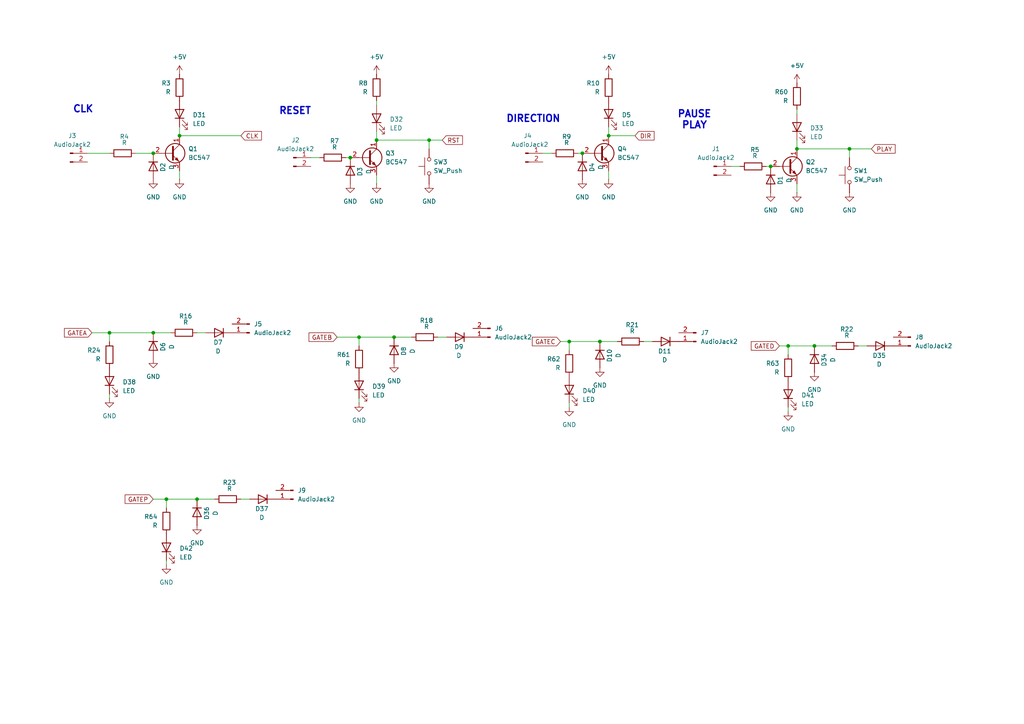
<source format=kicad_sch>
(kicad_sch
	(version 20250114)
	(generator "eeschema")
	(generator_version "9.0")
	(uuid "53f4ced2-29f3-430b-bbeb-8ef415c0bfb2")
	(paper "A4")
	(title_block
		(title "Controls")
	)
	(lib_symbols
		(symbol "Connector:Conn_01x02_Pin"
			(pin_names
				(offset 1.016)
				(hide yes)
			)
			(exclude_from_sim no)
			(in_bom yes)
			(on_board yes)
			(property "Reference" "J"
				(at 0 2.54 0)
				(effects
					(font
						(size 1.27 1.27)
					)
				)
			)
			(property "Value" "Conn_01x02_Pin"
				(at 0 -5.08 0)
				(effects
					(font
						(size 1.27 1.27)
					)
				)
			)
			(property "Footprint" ""
				(at 0 0 0)
				(effects
					(font
						(size 1.27 1.27)
					)
					(hide yes)
				)
			)
			(property "Datasheet" "~"
				(at 0 0 0)
				(effects
					(font
						(size 1.27 1.27)
					)
					(hide yes)
				)
			)
			(property "Description" "Generic connector, single row, 01x02, script generated"
				(at 0 0 0)
				(effects
					(font
						(size 1.27 1.27)
					)
					(hide yes)
				)
			)
			(property "ki_locked" ""
				(at 0 0 0)
				(effects
					(font
						(size 1.27 1.27)
					)
				)
			)
			(property "ki_keywords" "connector"
				(at 0 0 0)
				(effects
					(font
						(size 1.27 1.27)
					)
					(hide yes)
				)
			)
			(property "ki_fp_filters" "Connector*:*_1x??_*"
				(at 0 0 0)
				(effects
					(font
						(size 1.27 1.27)
					)
					(hide yes)
				)
			)
			(symbol "Conn_01x02_Pin_1_1"
				(rectangle
					(start 0.8636 0.127)
					(end 0 -0.127)
					(stroke
						(width 0.1524)
						(type default)
					)
					(fill
						(type outline)
					)
				)
				(rectangle
					(start 0.8636 -2.413)
					(end 0 -2.667)
					(stroke
						(width 0.1524)
						(type default)
					)
					(fill
						(type outline)
					)
				)
				(polyline
					(pts
						(xy 1.27 0) (xy 0.8636 0)
					)
					(stroke
						(width 0.1524)
						(type default)
					)
					(fill
						(type none)
					)
				)
				(polyline
					(pts
						(xy 1.27 -2.54) (xy 0.8636 -2.54)
					)
					(stroke
						(width 0.1524)
						(type default)
					)
					(fill
						(type none)
					)
				)
				(pin passive line
					(at 5.08 0 180)
					(length 3.81)
					(name "Pin_1"
						(effects
							(font
								(size 1.27 1.27)
							)
						)
					)
					(number "1"
						(effects
							(font
								(size 1.27 1.27)
							)
						)
					)
				)
				(pin passive line
					(at 5.08 -2.54 180)
					(length 3.81)
					(name "Pin_2"
						(effects
							(font
								(size 1.27 1.27)
							)
						)
					)
					(number "2"
						(effects
							(font
								(size 1.27 1.27)
							)
						)
					)
				)
			)
			(embedded_fonts no)
		)
		(symbol "Device:D"
			(pin_numbers
				(hide yes)
			)
			(pin_names
				(offset 1.016)
				(hide yes)
			)
			(exclude_from_sim no)
			(in_bom yes)
			(on_board yes)
			(property "Reference" "D"
				(at 0 2.54 0)
				(effects
					(font
						(size 1.27 1.27)
					)
				)
			)
			(property "Value" "D"
				(at 0 -2.54 0)
				(effects
					(font
						(size 1.27 1.27)
					)
				)
			)
			(property "Footprint" ""
				(at 0 0 0)
				(effects
					(font
						(size 1.27 1.27)
					)
					(hide yes)
				)
			)
			(property "Datasheet" "~"
				(at 0 0 0)
				(effects
					(font
						(size 1.27 1.27)
					)
					(hide yes)
				)
			)
			(property "Description" "Diode"
				(at 0 0 0)
				(effects
					(font
						(size 1.27 1.27)
					)
					(hide yes)
				)
			)
			(property "Sim.Device" "D"
				(at 0 0 0)
				(effects
					(font
						(size 1.27 1.27)
					)
					(hide yes)
				)
			)
			(property "Sim.Pins" "1=K 2=A"
				(at 0 0 0)
				(effects
					(font
						(size 1.27 1.27)
					)
					(hide yes)
				)
			)
			(property "ki_keywords" "diode"
				(at 0 0 0)
				(effects
					(font
						(size 1.27 1.27)
					)
					(hide yes)
				)
			)
			(property "ki_fp_filters" "TO-???* *_Diode_* *SingleDiode* D_*"
				(at 0 0 0)
				(effects
					(font
						(size 1.27 1.27)
					)
					(hide yes)
				)
			)
			(symbol "D_0_1"
				(polyline
					(pts
						(xy -1.27 1.27) (xy -1.27 -1.27)
					)
					(stroke
						(width 0.254)
						(type default)
					)
					(fill
						(type none)
					)
				)
				(polyline
					(pts
						(xy 1.27 1.27) (xy 1.27 -1.27) (xy -1.27 0) (xy 1.27 1.27)
					)
					(stroke
						(width 0.254)
						(type default)
					)
					(fill
						(type none)
					)
				)
				(polyline
					(pts
						(xy 1.27 0) (xy -1.27 0)
					)
					(stroke
						(width 0)
						(type default)
					)
					(fill
						(type none)
					)
				)
			)
			(symbol "D_1_1"
				(pin passive line
					(at -3.81 0 0)
					(length 2.54)
					(name "K"
						(effects
							(font
								(size 1.27 1.27)
							)
						)
					)
					(number "1"
						(effects
							(font
								(size 1.27 1.27)
							)
						)
					)
				)
				(pin passive line
					(at 3.81 0 180)
					(length 2.54)
					(name "A"
						(effects
							(font
								(size 1.27 1.27)
							)
						)
					)
					(number "2"
						(effects
							(font
								(size 1.27 1.27)
							)
						)
					)
				)
			)
			(embedded_fonts no)
		)
		(symbol "Device:LED"
			(pin_numbers
				(hide yes)
			)
			(pin_names
				(offset 1.016)
				(hide yes)
			)
			(exclude_from_sim no)
			(in_bom yes)
			(on_board yes)
			(property "Reference" "D"
				(at 0 2.54 0)
				(effects
					(font
						(size 1.27 1.27)
					)
				)
			)
			(property "Value" "LED"
				(at 0 -2.54 0)
				(effects
					(font
						(size 1.27 1.27)
					)
				)
			)
			(property "Footprint" ""
				(at 0 0 0)
				(effects
					(font
						(size 1.27 1.27)
					)
					(hide yes)
				)
			)
			(property "Datasheet" "~"
				(at 0 0 0)
				(effects
					(font
						(size 1.27 1.27)
					)
					(hide yes)
				)
			)
			(property "Description" "Light emitting diode"
				(at 0 0 0)
				(effects
					(font
						(size 1.27 1.27)
					)
					(hide yes)
				)
			)
			(property "Sim.Pins" "1=K 2=A"
				(at 0 0 0)
				(effects
					(font
						(size 1.27 1.27)
					)
					(hide yes)
				)
			)
			(property "ki_keywords" "LED diode"
				(at 0 0 0)
				(effects
					(font
						(size 1.27 1.27)
					)
					(hide yes)
				)
			)
			(property "ki_fp_filters" "LED* LED_SMD:* LED_THT:*"
				(at 0 0 0)
				(effects
					(font
						(size 1.27 1.27)
					)
					(hide yes)
				)
			)
			(symbol "LED_0_1"
				(polyline
					(pts
						(xy -3.048 -0.762) (xy -4.572 -2.286) (xy -3.81 -2.286) (xy -4.572 -2.286) (xy -4.572 -1.524)
					)
					(stroke
						(width 0)
						(type default)
					)
					(fill
						(type none)
					)
				)
				(polyline
					(pts
						(xy -1.778 -0.762) (xy -3.302 -2.286) (xy -2.54 -2.286) (xy -3.302 -2.286) (xy -3.302 -1.524)
					)
					(stroke
						(width 0)
						(type default)
					)
					(fill
						(type none)
					)
				)
				(polyline
					(pts
						(xy -1.27 0) (xy 1.27 0)
					)
					(stroke
						(width 0)
						(type default)
					)
					(fill
						(type none)
					)
				)
				(polyline
					(pts
						(xy -1.27 -1.27) (xy -1.27 1.27)
					)
					(stroke
						(width 0.254)
						(type default)
					)
					(fill
						(type none)
					)
				)
				(polyline
					(pts
						(xy 1.27 -1.27) (xy 1.27 1.27) (xy -1.27 0) (xy 1.27 -1.27)
					)
					(stroke
						(width 0.254)
						(type default)
					)
					(fill
						(type none)
					)
				)
			)
			(symbol "LED_1_1"
				(pin passive line
					(at -3.81 0 0)
					(length 2.54)
					(name "K"
						(effects
							(font
								(size 1.27 1.27)
							)
						)
					)
					(number "1"
						(effects
							(font
								(size 1.27 1.27)
							)
						)
					)
				)
				(pin passive line
					(at 3.81 0 180)
					(length 2.54)
					(name "A"
						(effects
							(font
								(size 1.27 1.27)
							)
						)
					)
					(number "2"
						(effects
							(font
								(size 1.27 1.27)
							)
						)
					)
				)
			)
			(embedded_fonts no)
		)
		(symbol "Device:R"
			(pin_numbers
				(hide yes)
			)
			(pin_names
				(offset 0)
			)
			(exclude_from_sim no)
			(in_bom yes)
			(on_board yes)
			(property "Reference" "R"
				(at 2.032 0 90)
				(effects
					(font
						(size 1.27 1.27)
					)
				)
			)
			(property "Value" "R"
				(at 0 0 90)
				(effects
					(font
						(size 1.27 1.27)
					)
				)
			)
			(property "Footprint" ""
				(at -1.778 0 90)
				(effects
					(font
						(size 1.27 1.27)
					)
					(hide yes)
				)
			)
			(property "Datasheet" "~"
				(at 0 0 0)
				(effects
					(font
						(size 1.27 1.27)
					)
					(hide yes)
				)
			)
			(property "Description" "Resistor"
				(at 0 0 0)
				(effects
					(font
						(size 1.27 1.27)
					)
					(hide yes)
				)
			)
			(property "ki_keywords" "R res resistor"
				(at 0 0 0)
				(effects
					(font
						(size 1.27 1.27)
					)
					(hide yes)
				)
			)
			(property "ki_fp_filters" "R_*"
				(at 0 0 0)
				(effects
					(font
						(size 1.27 1.27)
					)
					(hide yes)
				)
			)
			(symbol "R_0_1"
				(rectangle
					(start -1.016 -2.54)
					(end 1.016 2.54)
					(stroke
						(width 0.254)
						(type default)
					)
					(fill
						(type none)
					)
				)
			)
			(symbol "R_1_1"
				(pin passive line
					(at 0 3.81 270)
					(length 1.27)
					(name "~"
						(effects
							(font
								(size 1.27 1.27)
							)
						)
					)
					(number "1"
						(effects
							(font
								(size 1.27 1.27)
							)
						)
					)
				)
				(pin passive line
					(at 0 -3.81 90)
					(length 1.27)
					(name "~"
						(effects
							(font
								(size 1.27 1.27)
							)
						)
					)
					(number "2"
						(effects
							(font
								(size 1.27 1.27)
							)
						)
					)
				)
			)
			(embedded_fonts no)
		)
		(symbol "Switch:SW_Push"
			(pin_numbers
				(hide yes)
			)
			(pin_names
				(offset 1.016)
				(hide yes)
			)
			(exclude_from_sim no)
			(in_bom yes)
			(on_board yes)
			(property "Reference" "SW"
				(at 1.27 2.54 0)
				(effects
					(font
						(size 1.27 1.27)
					)
					(justify left)
				)
			)
			(property "Value" "SW_Push"
				(at 0 -1.524 0)
				(effects
					(font
						(size 1.27 1.27)
					)
				)
			)
			(property "Footprint" ""
				(at 0 5.08 0)
				(effects
					(font
						(size 1.27 1.27)
					)
					(hide yes)
				)
			)
			(property "Datasheet" "~"
				(at 0 5.08 0)
				(effects
					(font
						(size 1.27 1.27)
					)
					(hide yes)
				)
			)
			(property "Description" "Push button switch, generic, two pins"
				(at 0 0 0)
				(effects
					(font
						(size 1.27 1.27)
					)
					(hide yes)
				)
			)
			(property "ki_keywords" "switch normally-open pushbutton push-button"
				(at 0 0 0)
				(effects
					(font
						(size 1.27 1.27)
					)
					(hide yes)
				)
			)
			(symbol "SW_Push_0_1"
				(circle
					(center -2.032 0)
					(radius 0.508)
					(stroke
						(width 0)
						(type default)
					)
					(fill
						(type none)
					)
				)
				(polyline
					(pts
						(xy 0 1.27) (xy 0 3.048)
					)
					(stroke
						(width 0)
						(type default)
					)
					(fill
						(type none)
					)
				)
				(circle
					(center 2.032 0)
					(radius 0.508)
					(stroke
						(width 0)
						(type default)
					)
					(fill
						(type none)
					)
				)
				(polyline
					(pts
						(xy 2.54 1.27) (xy -2.54 1.27)
					)
					(stroke
						(width 0)
						(type default)
					)
					(fill
						(type none)
					)
				)
				(pin passive line
					(at -5.08 0 0)
					(length 2.54)
					(name "1"
						(effects
							(font
								(size 1.27 1.27)
							)
						)
					)
					(number "1"
						(effects
							(font
								(size 1.27 1.27)
							)
						)
					)
				)
				(pin passive line
					(at 5.08 0 180)
					(length 2.54)
					(name "2"
						(effects
							(font
								(size 1.27 1.27)
							)
						)
					)
					(number "2"
						(effects
							(font
								(size 1.27 1.27)
							)
						)
					)
				)
			)
			(embedded_fonts no)
		)
		(symbol "Transistor_BJT:BC547"
			(pin_names
				(offset 0)
				(hide yes)
			)
			(exclude_from_sim no)
			(in_bom yes)
			(on_board yes)
			(property "Reference" "Q"
				(at 5.08 1.905 0)
				(effects
					(font
						(size 1.27 1.27)
					)
					(justify left)
				)
			)
			(property "Value" "BC547"
				(at 5.08 0 0)
				(effects
					(font
						(size 1.27 1.27)
					)
					(justify left)
				)
			)
			(property "Footprint" "Package_TO_SOT_THT:TO-92_Inline"
				(at 5.08 -1.905 0)
				(effects
					(font
						(size 1.27 1.27)
						(italic yes)
					)
					(justify left)
					(hide yes)
				)
			)
			(property "Datasheet" "https://www.onsemi.com/pub/Collateral/BC550-D.pdf"
				(at 0 0 0)
				(effects
					(font
						(size 1.27 1.27)
					)
					(justify left)
					(hide yes)
				)
			)
			(property "Description" "0.1A Ic, 45V Vce, Small Signal NPN Transistor, TO-92"
				(at 0 0 0)
				(effects
					(font
						(size 1.27 1.27)
					)
					(hide yes)
				)
			)
			(property "ki_keywords" "NPN Transistor"
				(at 0 0 0)
				(effects
					(font
						(size 1.27 1.27)
					)
					(hide yes)
				)
			)
			(property "ki_fp_filters" "TO?92*"
				(at 0 0 0)
				(effects
					(font
						(size 1.27 1.27)
					)
					(hide yes)
				)
			)
			(symbol "BC547_0_1"
				(polyline
					(pts
						(xy -2.54 0) (xy 0.635 0)
					)
					(stroke
						(width 0)
						(type default)
					)
					(fill
						(type none)
					)
				)
				(polyline
					(pts
						(xy 0.635 1.905) (xy 0.635 -1.905)
					)
					(stroke
						(width 0.508)
						(type default)
					)
					(fill
						(type none)
					)
				)
				(circle
					(center 1.27 0)
					(radius 2.8194)
					(stroke
						(width 0.254)
						(type default)
					)
					(fill
						(type none)
					)
				)
			)
			(symbol "BC547_1_1"
				(polyline
					(pts
						(xy 0.635 0.635) (xy 2.54 2.54)
					)
					(stroke
						(width 0)
						(type default)
					)
					(fill
						(type none)
					)
				)
				(polyline
					(pts
						(xy 0.635 -0.635) (xy 2.54 -2.54)
					)
					(stroke
						(width 0)
						(type default)
					)
					(fill
						(type none)
					)
				)
				(polyline
					(pts
						(xy 1.27 -1.778) (xy 1.778 -1.27) (xy 2.286 -2.286) (xy 1.27 -1.778)
					)
					(stroke
						(width 0)
						(type default)
					)
					(fill
						(type outline)
					)
				)
				(pin input line
					(at -5.08 0 0)
					(length 2.54)
					(name "B"
						(effects
							(font
								(size 1.27 1.27)
							)
						)
					)
					(number "2"
						(effects
							(font
								(size 1.27 1.27)
							)
						)
					)
				)
				(pin passive line
					(at 2.54 5.08 270)
					(length 2.54)
					(name "C"
						(effects
							(font
								(size 1.27 1.27)
							)
						)
					)
					(number "1"
						(effects
							(font
								(size 1.27 1.27)
							)
						)
					)
				)
				(pin passive line
					(at 2.54 -5.08 90)
					(length 2.54)
					(name "E"
						(effects
							(font
								(size 1.27 1.27)
							)
						)
					)
					(number "3"
						(effects
							(font
								(size 1.27 1.27)
							)
						)
					)
				)
			)
			(embedded_fonts no)
		)
		(symbol "power:+5V"
			(power)
			(pin_numbers
				(hide yes)
			)
			(pin_names
				(offset 0)
				(hide yes)
			)
			(exclude_from_sim no)
			(in_bom yes)
			(on_board yes)
			(property "Reference" "#PWR"
				(at 0 -3.81 0)
				(effects
					(font
						(size 1.27 1.27)
					)
					(hide yes)
				)
			)
			(property "Value" "+5V"
				(at 0 3.556 0)
				(effects
					(font
						(size 1.27 1.27)
					)
				)
			)
			(property "Footprint" ""
				(at 0 0 0)
				(effects
					(font
						(size 1.27 1.27)
					)
					(hide yes)
				)
			)
			(property "Datasheet" ""
				(at 0 0 0)
				(effects
					(font
						(size 1.27 1.27)
					)
					(hide yes)
				)
			)
			(property "Description" "Power symbol creates a global label with name \"+5V\""
				(at 0 0 0)
				(effects
					(font
						(size 1.27 1.27)
					)
					(hide yes)
				)
			)
			(property "ki_keywords" "global power"
				(at 0 0 0)
				(effects
					(font
						(size 1.27 1.27)
					)
					(hide yes)
				)
			)
			(symbol "+5V_0_1"
				(polyline
					(pts
						(xy -0.762 1.27) (xy 0 2.54)
					)
					(stroke
						(width 0)
						(type default)
					)
					(fill
						(type none)
					)
				)
				(polyline
					(pts
						(xy 0 2.54) (xy 0.762 1.27)
					)
					(stroke
						(width 0)
						(type default)
					)
					(fill
						(type none)
					)
				)
				(polyline
					(pts
						(xy 0 0) (xy 0 2.54)
					)
					(stroke
						(width 0)
						(type default)
					)
					(fill
						(type none)
					)
				)
			)
			(symbol "+5V_1_1"
				(pin power_in line
					(at 0 0 90)
					(length 0)
					(name "~"
						(effects
							(font
								(size 1.27 1.27)
							)
						)
					)
					(number "1"
						(effects
							(font
								(size 1.27 1.27)
							)
						)
					)
				)
			)
			(embedded_fonts no)
		)
		(symbol "power:GND"
			(power)
			(pin_numbers
				(hide yes)
			)
			(pin_names
				(offset 0)
				(hide yes)
			)
			(exclude_from_sim no)
			(in_bom yes)
			(on_board yes)
			(property "Reference" "#PWR"
				(at 0 -6.35 0)
				(effects
					(font
						(size 1.27 1.27)
					)
					(hide yes)
				)
			)
			(property "Value" "GND"
				(at 0 -3.81 0)
				(effects
					(font
						(size 1.27 1.27)
					)
				)
			)
			(property "Footprint" ""
				(at 0 0 0)
				(effects
					(font
						(size 1.27 1.27)
					)
					(hide yes)
				)
			)
			(property "Datasheet" ""
				(at 0 0 0)
				(effects
					(font
						(size 1.27 1.27)
					)
					(hide yes)
				)
			)
			(property "Description" "Power symbol creates a global label with name \"GND\" , ground"
				(at 0 0 0)
				(effects
					(font
						(size 1.27 1.27)
					)
					(hide yes)
				)
			)
			(property "ki_keywords" "global power"
				(at 0 0 0)
				(effects
					(font
						(size 1.27 1.27)
					)
					(hide yes)
				)
			)
			(symbol "GND_0_1"
				(polyline
					(pts
						(xy 0 0) (xy 0 -1.27) (xy 1.27 -1.27) (xy 0 -2.54) (xy -1.27 -1.27) (xy 0 -1.27)
					)
					(stroke
						(width 0)
						(type default)
					)
					(fill
						(type none)
					)
				)
			)
			(symbol "GND_1_1"
				(pin power_in line
					(at 0 0 270)
					(length 0)
					(name "~"
						(effects
							(font
								(size 1.27 1.27)
							)
						)
					)
					(number "1"
						(effects
							(font
								(size 1.27 1.27)
							)
						)
					)
				)
			)
			(embedded_fonts no)
		)
	)
	(text "DIRECTION\n"
		(exclude_from_sim no)
		(at 154.686 34.544 0)
		(effects
			(font
				(size 2 2)
				(thickness 0.4)
				(bold yes)
			)
		)
		(uuid "4c01e7ea-65af-48e9-916e-16a6b627e907")
	)
	(text "CLK"
		(exclude_from_sim no)
		(at 24.13 31.75 0)
		(effects
			(font
				(size 2 2)
				(thickness 0.4)
				(bold yes)
			)
		)
		(uuid "6af3d458-bdcb-48ef-b991-97fe9e3f2160")
	)
	(text "PAUSE\nPLAY"
		(exclude_from_sim no)
		(at 201.422 34.798 0)
		(effects
			(font
				(size 2 2)
				(thickness 0.4)
				(bold yes)
			)
		)
		(uuid "8c897089-8b77-49f2-9e0a-a0faf19ac8c7")
	)
	(text "RESET"
		(exclude_from_sim no)
		(at 85.598 32.258 0)
		(effects
			(font
				(size 2 2)
				(thickness 0.4)
				(bold yes)
			)
		)
		(uuid "fa2ff5ba-0f7b-470c-9625-ba52e367db75")
	)
	(junction
		(at 231.14 43.18)
		(diameter 0)
		(color 0 0 0 0)
		(uuid "02fabca8-e506-4299-9bf0-4d06592bdc05")
	)
	(junction
		(at 228.6 100.33)
		(diameter 0)
		(color 0 0 0 0)
		(uuid "05023171-0061-4f5d-b734-3a88434b8ff0")
	)
	(junction
		(at 52.07 39.37)
		(diameter 0)
		(color 0 0 0 0)
		(uuid "096bc74b-93a5-4bce-a7ab-d8548a7c671c")
	)
	(junction
		(at 173.99 99.06)
		(diameter 0)
		(color 0 0 0 0)
		(uuid "140c113b-1e84-41b0-8db0-d43756dc35d0")
	)
	(junction
		(at 114.3 97.79)
		(diameter 0)
		(color 0 0 0 0)
		(uuid "1d94dd07-3936-4411-82e9-c725dc483fca")
	)
	(junction
		(at 223.52 48.26)
		(diameter 0)
		(color 0 0 0 0)
		(uuid "2fbfec3f-db8c-4b2d-b062-3bfedb80f4ff")
	)
	(junction
		(at 31.75 96.52)
		(diameter 0)
		(color 0 0 0 0)
		(uuid "3a3bc74b-4b5d-46f6-af6c-bd7c9001e6d0")
	)
	(junction
		(at 101.6 45.72)
		(diameter 0)
		(color 0 0 0 0)
		(uuid "3ad75e7d-4676-4160-b810-b60551e81721")
	)
	(junction
		(at 109.22 40.64)
		(diameter 0)
		(color 0 0 0 0)
		(uuid "4bb6be18-0a50-4cce-8511-5e26e64942c8")
	)
	(junction
		(at 48.26 144.78)
		(diameter 0)
		(color 0 0 0 0)
		(uuid "54dab6c9-5eb4-40d3-baf8-43d134cd2a9a")
	)
	(junction
		(at 124.46 40.64)
		(diameter 0)
		(color 0 0 0 0)
		(uuid "56b51c0c-7f83-4d39-a10d-272d29f062ef")
	)
	(junction
		(at 246.38 43.18)
		(diameter 0)
		(color 0 0 0 0)
		(uuid "5b37877e-a653-40d2-8ed3-419d3164694d")
	)
	(junction
		(at 44.45 96.52)
		(diameter 0)
		(color 0 0 0 0)
		(uuid "5b47dfb0-e119-46f9-a9ad-9a11aa101ec9")
	)
	(junction
		(at 57.15 144.78)
		(diameter 0)
		(color 0 0 0 0)
		(uuid "7f0d7bc3-382b-4dc4-8f50-e0974f652524")
	)
	(junction
		(at 44.45 44.45)
		(diameter 0)
		(color 0 0 0 0)
		(uuid "af2d62f6-cc3e-474b-aebe-c34d2a457375")
	)
	(junction
		(at 236.22 100.33)
		(diameter 0)
		(color 0 0 0 0)
		(uuid "b5dc6632-52ca-47f3-a02e-5172f46eb294")
	)
	(junction
		(at 168.91 44.45)
		(diameter 0)
		(color 0 0 0 0)
		(uuid "b885088e-1a38-45a6-ad78-5df8ff47d36a")
	)
	(junction
		(at 165.1 99.06)
		(diameter 0)
		(color 0 0 0 0)
		(uuid "c78f5251-5429-4d1e-9dd6-1c403ca553ab")
	)
	(junction
		(at 104.14 97.79)
		(diameter 0)
		(color 0 0 0 0)
		(uuid "e7863e12-99eb-47b1-9d66-a9e7d5b368c8")
	)
	(junction
		(at 176.53 39.37)
		(diameter 0)
		(color 0 0 0 0)
		(uuid "ee1243f5-7590-402c-b648-f215c389abf3")
	)
	(wire
		(pts
			(xy 48.26 144.78) (xy 44.45 144.78)
		)
		(stroke
			(width 0)
			(type default)
		)
		(uuid "078e64ad-3514-4b28-8ec4-9810f99bebad")
	)
	(wire
		(pts
			(xy 72.39 144.78) (xy 69.85 144.78)
		)
		(stroke
			(width 0)
			(type default)
		)
		(uuid "07a56e85-d566-4ce3-8e7f-376b54d942f9")
	)
	(wire
		(pts
			(xy 165.1 101.6) (xy 165.1 99.06)
		)
		(stroke
			(width 0)
			(type default)
		)
		(uuid "0d5ef3bc-0ead-4415-bbdf-a4dee3dfee59")
	)
	(wire
		(pts
			(xy 246.38 43.18) (xy 231.14 43.18)
		)
		(stroke
			(width 0)
			(type default)
		)
		(uuid "0f0458c7-ec4b-4724-9fd9-ad745c499b36")
	)
	(wire
		(pts
			(xy 52.07 52.07) (xy 52.07 49.53)
		)
		(stroke
			(width 0)
			(type default)
		)
		(uuid "11e5c796-52aa-4d66-aa82-92eea4aba60f")
	)
	(wire
		(pts
			(xy 165.1 99.06) (xy 162.56 99.06)
		)
		(stroke
			(width 0)
			(type default)
		)
		(uuid "1a739607-d627-4e06-8d71-b9b2e63b11c6")
	)
	(wire
		(pts
			(xy 49.53 96.52) (xy 44.45 96.52)
		)
		(stroke
			(width 0)
			(type default)
		)
		(uuid "1d06da2e-c42d-43a4-9c33-64803fb3cd58")
	)
	(wire
		(pts
			(xy 222.25 48.26) (xy 223.52 48.26)
		)
		(stroke
			(width 0)
			(type default)
		)
		(uuid "1dd17de9-4336-4e05-9287-72b0bafd8dc2")
	)
	(wire
		(pts
			(xy 100.33 45.72) (xy 101.6 45.72)
		)
		(stroke
			(width 0)
			(type default)
		)
		(uuid "20645fbb-220b-4a02-961d-62c4ff0b3274")
	)
	(wire
		(pts
			(xy 179.07 99.06) (xy 173.99 99.06)
		)
		(stroke
			(width 0)
			(type default)
		)
		(uuid "23dc8839-d4b1-454b-b100-71d8b5188f2d")
	)
	(wire
		(pts
			(xy 104.14 97.79) (xy 97.79 97.79)
		)
		(stroke
			(width 0)
			(type default)
		)
		(uuid "28fb5473-b131-40a1-bf86-0be224d77028")
	)
	(wire
		(pts
			(xy 52.07 36.83) (xy 52.07 39.37)
		)
		(stroke
			(width 0)
			(type default)
		)
		(uuid "2f1656dd-055f-4220-a1da-b396f16ecf8d")
	)
	(wire
		(pts
			(xy 57.15 144.78) (xy 48.26 144.78)
		)
		(stroke
			(width 0)
			(type default)
		)
		(uuid "31d40ce4-968d-4cad-8aad-d7d66d957ac0")
	)
	(wire
		(pts
			(xy 167.64 44.45) (xy 168.91 44.45)
		)
		(stroke
			(width 0)
			(type default)
		)
		(uuid "3772903d-13ee-4d54-a2d4-691878b370d8")
	)
	(wire
		(pts
			(xy 124.46 40.64) (xy 128.27 40.64)
		)
		(stroke
			(width 0)
			(type default)
		)
		(uuid "389ebf0d-8cd8-423b-8d00-e34ba4662ec4")
	)
	(wire
		(pts
			(xy 176.53 52.07) (xy 176.53 49.53)
		)
		(stroke
			(width 0)
			(type default)
		)
		(uuid "3e349feb-4de3-4f29-be03-965bdcf2d492")
	)
	(wire
		(pts
			(xy 236.22 100.33) (xy 228.6 100.33)
		)
		(stroke
			(width 0)
			(type default)
		)
		(uuid "43576fc9-4598-4802-bb30-bec6b97ccebe")
	)
	(wire
		(pts
			(xy 231.14 55.88) (xy 231.14 53.34)
		)
		(stroke
			(width 0)
			(type default)
		)
		(uuid "4a99e104-7562-4cd5-b51a-aa85f51a3fab")
	)
	(wire
		(pts
			(xy 59.69 96.52) (xy 57.15 96.52)
		)
		(stroke
			(width 0)
			(type default)
		)
		(uuid "6168d9e0-a5e9-42d0-ae27-0290bfe23d18")
	)
	(wire
		(pts
			(xy 241.3 100.33) (xy 236.22 100.33)
		)
		(stroke
			(width 0)
			(type default)
		)
		(uuid "6b9c30b2-acd3-4352-a8e5-62aadd633d8d")
	)
	(wire
		(pts
			(xy 189.23 99.06) (xy 186.69 99.06)
		)
		(stroke
			(width 0)
			(type default)
		)
		(uuid "78b916bf-5600-4a6e-aaef-677bda04169a")
	)
	(wire
		(pts
			(xy 246.38 43.18) (xy 246.38 45.72)
		)
		(stroke
			(width 0)
			(type default)
		)
		(uuid "79866847-31e7-4d6a-bbf7-20e5b53f4438")
	)
	(wire
		(pts
			(xy 31.75 96.52) (xy 26.67 96.52)
		)
		(stroke
			(width 0)
			(type default)
		)
		(uuid "81da0d92-68cb-41a8-8262-790e7e27626a")
	)
	(wire
		(pts
			(xy 231.14 31.75) (xy 231.14 33.02)
		)
		(stroke
			(width 0)
			(type default)
		)
		(uuid "8ca29e38-eef8-4bb6-a842-9fb6ea1719a1")
	)
	(wire
		(pts
			(xy 124.46 40.64) (xy 124.46 43.18)
		)
		(stroke
			(width 0)
			(type default)
		)
		(uuid "96d75e93-6f3a-4384-9e2e-df99b025111e")
	)
	(wire
		(pts
			(xy 173.99 99.06) (xy 165.1 99.06)
		)
		(stroke
			(width 0)
			(type default)
		)
		(uuid "9f575c6b-fcb9-4ff5-a72f-3b28c5bc127b")
	)
	(wire
		(pts
			(xy 48.26 162.56) (xy 48.26 163.83)
		)
		(stroke
			(width 0)
			(type default)
		)
		(uuid "9fa8efb9-10f2-43b6-81b6-f0246b8c4728")
	)
	(wire
		(pts
			(xy 251.46 100.33) (xy 248.92 100.33)
		)
		(stroke
			(width 0)
			(type default)
		)
		(uuid "a02040c3-dd80-4db2-869c-6bdbc3d32038")
	)
	(wire
		(pts
			(xy 109.22 38.1) (xy 109.22 40.64)
		)
		(stroke
			(width 0)
			(type default)
		)
		(uuid "a556747f-511f-4932-951d-82681c827b3f")
	)
	(wire
		(pts
			(xy 52.07 39.37) (xy 69.85 39.37)
		)
		(stroke
			(width 0)
			(type default)
		)
		(uuid "a831286f-a471-41c6-a54d-dd334370c937")
	)
	(wire
		(pts
			(xy 165.1 116.84) (xy 165.1 118.11)
		)
		(stroke
			(width 0)
			(type default)
		)
		(uuid "a85b72d9-7b27-4426-88bb-e9b7b3ca499d")
	)
	(wire
		(pts
			(xy 231.14 40.64) (xy 231.14 43.18)
		)
		(stroke
			(width 0)
			(type default)
		)
		(uuid "aa94fe84-f7db-4929-bbd7-f6642c4b6417")
	)
	(wire
		(pts
			(xy 90.17 45.72) (xy 92.71 45.72)
		)
		(stroke
			(width 0)
			(type default)
		)
		(uuid "b4dadd47-60ab-400f-87db-e118504d8902")
	)
	(wire
		(pts
			(xy 109.22 29.21) (xy 109.22 30.48)
		)
		(stroke
			(width 0)
			(type default)
		)
		(uuid "b4e49745-64b3-46ed-8e9d-6ba32b34d986")
	)
	(wire
		(pts
			(xy 157.48 44.45) (xy 160.02 44.45)
		)
		(stroke
			(width 0)
			(type default)
		)
		(uuid "b597a09a-381c-4f99-87f8-1169e3668748")
	)
	(wire
		(pts
			(xy 31.75 114.3) (xy 31.75 115.57)
		)
		(stroke
			(width 0)
			(type default)
		)
		(uuid "b5daa417-768b-4701-b62f-23b84a8385e3")
	)
	(wire
		(pts
			(xy 62.23 144.78) (xy 57.15 144.78)
		)
		(stroke
			(width 0)
			(type default)
		)
		(uuid "ba305d74-0ecd-4485-928b-a4d2950a0a5e")
	)
	(wire
		(pts
			(xy 25.4 44.45) (xy 31.75 44.45)
		)
		(stroke
			(width 0)
			(type default)
		)
		(uuid "bdcac29f-d310-4664-9f7b-a9a6f352703e")
	)
	(wire
		(pts
			(xy 44.45 96.52) (xy 31.75 96.52)
		)
		(stroke
			(width 0)
			(type default)
		)
		(uuid "c0c3d269-307d-4635-93c8-8daf8e74c7ef")
	)
	(wire
		(pts
			(xy 114.3 97.79) (xy 104.14 97.79)
		)
		(stroke
			(width 0)
			(type default)
		)
		(uuid "c5e29daa-8c93-420c-8cf8-c31d637eb254")
	)
	(wire
		(pts
			(xy 212.09 48.26) (xy 214.63 48.26)
		)
		(stroke
			(width 0)
			(type default)
		)
		(uuid "c8884b5c-9efc-496a-8bb6-a39c6586dbb4")
	)
	(wire
		(pts
			(xy 228.6 100.33) (xy 226.06 100.33)
		)
		(stroke
			(width 0)
			(type default)
		)
		(uuid "cc0dda87-ef06-461b-bdc7-661fbf650f70")
	)
	(wire
		(pts
			(xy 129.54 97.79) (xy 127 97.79)
		)
		(stroke
			(width 0)
			(type default)
		)
		(uuid "d439f5e8-4c81-48b7-bc5c-9cfb388e14b3")
	)
	(wire
		(pts
			(xy 109.22 40.64) (xy 124.46 40.64)
		)
		(stroke
			(width 0)
			(type default)
		)
		(uuid "d45b95f7-61a0-402a-89e1-04b9222c0a90")
	)
	(wire
		(pts
			(xy 39.37 44.45) (xy 44.45 44.45)
		)
		(stroke
			(width 0)
			(type default)
		)
		(uuid "d597a911-6c34-41f8-b7c2-b302bd5c5602")
	)
	(wire
		(pts
			(xy 184.15 39.37) (xy 176.53 39.37)
		)
		(stroke
			(width 0)
			(type default)
		)
		(uuid "d9db7a44-5d6e-4f30-8952-54fd5812aa5c")
	)
	(wire
		(pts
			(xy 176.53 36.83) (xy 176.53 39.37)
		)
		(stroke
			(width 0)
			(type default)
		)
		(uuid "db752a36-a830-4761-9c63-3fe481c2a91c")
	)
	(wire
		(pts
			(xy 109.22 53.34) (xy 109.22 50.8)
		)
		(stroke
			(width 0)
			(type default)
		)
		(uuid "dd7bf986-cc14-4d18-b2af-181856624e53")
	)
	(wire
		(pts
			(xy 104.14 115.57) (xy 104.14 116.84)
		)
		(stroke
			(width 0)
			(type default)
		)
		(uuid "df29821a-7bc8-4ea4-be9d-9e688ce6e2e0")
	)
	(wire
		(pts
			(xy 48.26 147.32) (xy 48.26 144.78)
		)
		(stroke
			(width 0)
			(type default)
		)
		(uuid "e1d74313-3611-44b4-8e91-4f4320c9f387")
	)
	(wire
		(pts
			(xy 228.6 102.87) (xy 228.6 100.33)
		)
		(stroke
			(width 0)
			(type default)
		)
		(uuid "e54a0810-8381-4b83-8562-8be0b1bfe827")
	)
	(wire
		(pts
			(xy 104.14 100.33) (xy 104.14 97.79)
		)
		(stroke
			(width 0)
			(type default)
		)
		(uuid "e878fd58-e09f-423a-b9db-b2cb53167b3e")
	)
	(wire
		(pts
			(xy 31.75 99.06) (xy 31.75 96.52)
		)
		(stroke
			(width 0)
			(type default)
		)
		(uuid "f0f8871b-927d-45a1-b8f9-105d9ffba871")
	)
	(wire
		(pts
			(xy 252.73 43.18) (xy 246.38 43.18)
		)
		(stroke
			(width 0)
			(type default)
		)
		(uuid "f5bcaa3b-a282-4c71-a702-67d05ae2c78d")
	)
	(wire
		(pts
			(xy 119.38 97.79) (xy 114.3 97.79)
		)
		(stroke
			(width 0)
			(type default)
		)
		(uuid "f62be481-3b09-49a7-b6fd-5b9fb2fd7423")
	)
	(wire
		(pts
			(xy 228.6 118.11) (xy 228.6 119.38)
		)
		(stroke
			(width 0)
			(type default)
		)
		(uuid "feb722be-f840-4221-b3cc-05747a255921")
	)
	(global_label "GATEP"
		(shape input)
		(at 44.45 144.78 180)
		(fields_autoplaced yes)
		(effects
			(font
				(size 1.27 1.27)
			)
			(justify right)
		)
		(uuid "16ad3870-19e0-4b2e-b8b2-81e9bfa65306")
		(property "Intersheetrefs" "${INTERSHEET_REFS}"
			(at 35.7196 144.78 0)
			(effects
				(font
					(size 1.27 1.27)
				)
				(justify right)
				(hide yes)
			)
		)
	)
	(global_label "PLAY"
		(shape input)
		(at 252.73 43.18 0)
		(fields_autoplaced yes)
		(effects
			(font
				(size 1.27 1.27)
			)
			(justify left)
		)
		(uuid "2af36154-27d3-4576-8852-fc4214945d8d")
		(property "Intersheetrefs" "${INTERSHEET_REFS}"
			(at 260.1905 43.18 0)
			(effects
				(font
					(size 1.27 1.27)
				)
				(justify left)
				(hide yes)
			)
		)
	)
	(global_label "DIR"
		(shape input)
		(at 184.15 39.37 0)
		(fields_autoplaced yes)
		(effects
			(font
				(size 1.27 1.27)
			)
			(justify left)
		)
		(uuid "3d4f9c5b-209a-4640-bf2d-b57ca69ae5b2")
		(property "Intersheetrefs" "${INTERSHEET_REFS}"
			(at 190.28 39.37 0)
			(effects
				(font
					(size 1.27 1.27)
				)
				(justify left)
				(hide yes)
			)
		)
	)
	(global_label "GATEA"
		(shape input)
		(at 26.67 96.52 180)
		(fields_autoplaced yes)
		(effects
			(font
				(size 1.27 1.27)
			)
			(justify right)
		)
		(uuid "49766c95-a10c-4dc0-9b3e-31fa0963b9f9")
		(property "Intersheetrefs" "${INTERSHEET_REFS}"
			(at 18.121 96.52 0)
			(effects
				(font
					(size 1.27 1.27)
				)
				(justify right)
				(hide yes)
			)
		)
	)
	(global_label "CLK"
		(shape input)
		(at 69.85 39.37 0)
		(fields_autoplaced yes)
		(effects
			(font
				(size 1.27 1.27)
			)
			(justify left)
		)
		(uuid "8593b41f-26bd-4c02-b1ca-1f022547bfdf")
		(property "Intersheetrefs" "${INTERSHEET_REFS}"
			(at 76.4033 39.37 0)
			(effects
				(font
					(size 1.27 1.27)
				)
				(justify left)
				(hide yes)
			)
		)
	)
	(global_label "RST"
		(shape input)
		(at 128.27 40.64 0)
		(fields_autoplaced yes)
		(effects
			(font
				(size 1.27 1.27)
			)
			(justify left)
		)
		(uuid "993f0802-2aac-4570-b5f2-003dd43bd8c2")
		(property "Intersheetrefs" "${INTERSHEET_REFS}"
			(at 134.7023 40.64 0)
			(effects
				(font
					(size 1.27 1.27)
				)
				(justify left)
				(hide yes)
			)
		)
	)
	(global_label "GATEB"
		(shape input)
		(at 97.79 97.79 180)
		(fields_autoplaced yes)
		(effects
			(font
				(size 1.27 1.27)
			)
			(justify right)
		)
		(uuid "c945ce41-c58d-46ce-9959-cc484ea9303d")
		(property "Intersheetrefs" "${INTERSHEET_REFS}"
			(at 89.0596 97.79 0)
			(effects
				(font
					(size 1.27 1.27)
				)
				(justify right)
				(hide yes)
			)
		)
	)
	(global_label "GATED"
		(shape input)
		(at 226.06 100.33 180)
		(fields_autoplaced yes)
		(effects
			(font
				(size 1.27 1.27)
			)
			(justify right)
		)
		(uuid "cfd9bb22-78e1-4ea0-be60-61442d4bc572")
		(property "Intersheetrefs" "${INTERSHEET_REFS}"
			(at 217.3296 100.33 0)
			(effects
				(font
					(size 1.27 1.27)
				)
				(justify right)
				(hide yes)
			)
		)
	)
	(global_label "GATEC"
		(shape input)
		(at 162.56 99.06 180)
		(fields_autoplaced yes)
		(effects
			(font
				(size 1.27 1.27)
			)
			(justify right)
		)
		(uuid "f70c5baa-64f0-48ff-a330-8e962b11a517")
		(property "Intersheetrefs" "${INTERSHEET_REFS}"
			(at 153.8296 99.06 0)
			(effects
				(font
					(size 1.27 1.27)
				)
				(justify right)
				(hide yes)
			)
		)
	)
	(symbol
		(lib_id "power:+5V")
		(at 109.22 21.59 0)
		(unit 1)
		(exclude_from_sim no)
		(in_bom yes)
		(on_board yes)
		(dnp no)
		(fields_autoplaced yes)
		(uuid "045d10fe-41be-471d-8a4a-3e509a70df3b")
		(property "Reference" "#PWR016"
			(at 109.22 25.4 0)
			(effects
				(font
					(size 1.27 1.27)
				)
				(hide yes)
			)
		)
		(property "Value" "+5V"
			(at 109.22 16.51 0)
			(effects
				(font
					(size 1.27 1.27)
				)
			)
		)
		(property "Footprint" ""
			(at 109.22 21.59 0)
			(effects
				(font
					(size 1.27 1.27)
				)
				(hide yes)
			)
		)
		(property "Datasheet" ""
			(at 109.22 21.59 0)
			(effects
				(font
					(size 1.27 1.27)
				)
				(hide yes)
			)
		)
		(property "Description" "Power symbol creates a global label with name \"+5V\""
			(at 109.22 21.59 0)
			(effects
				(font
					(size 1.27 1.27)
				)
				(hide yes)
			)
		)
		(pin "1"
			(uuid "3944e014-9fb8-42e7-9b96-7148ea216a86")
		)
		(instances
			(project "Seq2"
				(path "/c5268646-47db-49a5-acc1-072b1c57b66e/7ab066cb-9194-4f66-8b28-af72c4d1d52f"
					(reference "#PWR016")
					(unit 1)
				)
			)
		)
	)
	(symbol
		(lib_id "Device:R")
		(at 104.14 104.14 0)
		(mirror x)
		(unit 1)
		(exclude_from_sim no)
		(in_bom yes)
		(on_board yes)
		(dnp no)
		(fields_autoplaced yes)
		(uuid "0596efa9-554b-4c3f-a5ea-ca0f10539e85")
		(property "Reference" "R61"
			(at 101.6 102.8699 0)
			(effects
				(font
					(size 1.27 1.27)
				)
				(justify right)
			)
		)
		(property "Value" "R"
			(at 101.6 105.4099 0)
			(effects
				(font
					(size 1.27 1.27)
				)
				(justify right)
			)
		)
		(property "Footprint" "Resistor_SMD:R_1206_3216Metric"
			(at 102.362 104.14 90)
			(effects
				(font
					(size 1.27 1.27)
				)
				(hide yes)
			)
		)
		(property "Datasheet" "~"
			(at 104.14 104.14 0)
			(effects
				(font
					(size 1.27 1.27)
				)
				(hide yes)
			)
		)
		(property "Description" "Resistor"
			(at 104.14 104.14 0)
			(effects
				(font
					(size 1.27 1.27)
				)
				(hide yes)
			)
		)
		(pin "2"
			(uuid "da92d28e-baf3-4808-8576-2c1225a929ce")
		)
		(pin "1"
			(uuid "aab4874c-cc55-45ff-894f-b559650a3435")
		)
		(instances
			(project "Seq2"
				(path "/c5268646-47db-49a5-acc1-072b1c57b66e/7ab066cb-9194-4f66-8b28-af72c4d1d52f"
					(reference "R61")
					(unit 1)
				)
			)
		)
	)
	(symbol
		(lib_id "Device:LED")
		(at 231.14 36.83 90)
		(unit 1)
		(exclude_from_sim no)
		(in_bom yes)
		(on_board yes)
		(dnp no)
		(fields_autoplaced yes)
		(uuid "0c90eaf1-70ad-4a2c-a8d3-f18265a3060f")
		(property "Reference" "D33"
			(at 234.95 37.1474 90)
			(effects
				(font
					(size 1.27 1.27)
				)
				(justify right)
			)
		)
		(property "Value" "LED"
			(at 234.95 39.6874 90)
			(effects
				(font
					(size 1.27 1.27)
				)
				(justify right)
			)
		)
		(property "Footprint" "LED_THT:LED_D3.0mm"
			(at 231.14 36.83 0)
			(effects
				(font
					(size 1.27 1.27)
				)
				(hide yes)
			)
		)
		(property "Datasheet" "~"
			(at 231.14 36.83 0)
			(effects
				(font
					(size 1.27 1.27)
				)
				(hide yes)
			)
		)
		(property "Description" "Light emitting diode"
			(at 231.14 36.83 0)
			(effects
				(font
					(size 1.27 1.27)
				)
				(hide yes)
			)
		)
		(property "Sim.Pins" "1=K 2=A"
			(at 231.14 36.83 0)
			(effects
				(font
					(size 1.27 1.27)
				)
				(hide yes)
			)
		)
		(pin "2"
			(uuid "771411e9-098b-4d61-98c6-5cfc0fe822a8")
		)
		(pin "1"
			(uuid "2a60c0ee-488c-422f-9ac9-1740fc150b6d")
		)
		(instances
			(project "Seq2"
				(path "/c5268646-47db-49a5-acc1-072b1c57b66e/7ab066cb-9194-4f66-8b28-af72c4d1d52f"
					(reference "D33")
					(unit 1)
				)
			)
		)
	)
	(symbol
		(lib_id "Transistor_BJT:BC547")
		(at 49.53 44.45 0)
		(unit 1)
		(exclude_from_sim no)
		(in_bom yes)
		(on_board yes)
		(dnp no)
		(fields_autoplaced yes)
		(uuid "1d93a545-ebd9-4548-9990-6fb27b7f2ffc")
		(property "Reference" "Q1"
			(at 54.61 43.1799 0)
			(effects
				(font
					(size 1.27 1.27)
				)
				(justify left)
			)
		)
		(property "Value" "BC547"
			(at 54.61 45.7199 0)
			(effects
				(font
					(size 1.27 1.27)
				)
				(justify left)
			)
		)
		(property "Footprint" "Package_TO_SOT_THT:TO-92L_Inline_Wide"
			(at 54.61 46.355 0)
			(effects
				(font
					(size 1.27 1.27)
					(italic yes)
				)
				(justify left)
				(hide yes)
			)
		)
		(property "Datasheet" "https://www.onsemi.com/pub/Collateral/BC550-D.pdf"
			(at 49.53 44.45 0)
			(effects
				(font
					(size 1.27 1.27)
				)
				(justify left)
				(hide yes)
			)
		)
		(property "Description" "0.1A Ic, 45V Vce, Small Signal NPN Transistor, TO-92"
			(at 49.53 44.45 0)
			(effects
				(font
					(size 1.27 1.27)
				)
				(hide yes)
			)
		)
		(pin "2"
			(uuid "d1709714-591a-4a64-9844-094e6be54e7d")
		)
		(pin "3"
			(uuid "6bd4e1ad-1d8d-47c7-8bae-31ce23867990")
		)
		(pin "1"
			(uuid "b1f0256d-0458-4cc1-80ed-10e1d3f3dfaf")
		)
		(instances
			(project "Seq2"
				(path "/c5268646-47db-49a5-acc1-072b1c57b66e/7ab066cb-9194-4f66-8b28-af72c4d1d52f"
					(reference "Q1")
					(unit 1)
				)
			)
		)
	)
	(symbol
		(lib_id "power:GND")
		(at 124.46 53.34 0)
		(mirror y)
		(unit 1)
		(exclude_from_sim no)
		(in_bom yes)
		(on_board yes)
		(dnp no)
		(fields_autoplaced yes)
		(uuid "225e174b-86d5-4b0d-8bb7-d8b94f6c41ee")
		(property "Reference" "#PWR031"
			(at 124.46 59.69 0)
			(effects
				(font
					(size 1.27 1.27)
				)
				(hide yes)
			)
		)
		(property "Value" "GND"
			(at 124.46 58.42 0)
			(effects
				(font
					(size 1.27 1.27)
				)
			)
		)
		(property "Footprint" ""
			(at 124.46 53.34 0)
			(effects
				(font
					(size 1.27 1.27)
				)
				(hide yes)
			)
		)
		(property "Datasheet" ""
			(at 124.46 53.34 0)
			(effects
				(font
					(size 1.27 1.27)
				)
				(hide yes)
			)
		)
		(property "Description" "Power symbol creates a global label with name \"GND\" , ground"
			(at 124.46 53.34 0)
			(effects
				(font
					(size 1.27 1.27)
				)
				(hide yes)
			)
		)
		(pin "1"
			(uuid "1a41277b-dfb9-470e-91ae-622f0debe736")
		)
		(instances
			(project "Seq2"
				(path "/c5268646-47db-49a5-acc1-072b1c57b66e/7ab066cb-9194-4f66-8b28-af72c4d1d52f"
					(reference "#PWR031")
					(unit 1)
				)
			)
		)
	)
	(symbol
		(lib_id "Device:LED")
		(at 52.07 33.02 90)
		(unit 1)
		(exclude_from_sim no)
		(in_bom yes)
		(on_board yes)
		(dnp no)
		(fields_autoplaced yes)
		(uuid "2332d290-5cd4-415f-82d4-b01d23e816e6")
		(property "Reference" "D31"
			(at 55.88 33.3374 90)
			(effects
				(font
					(size 1.27 1.27)
				)
				(justify right)
			)
		)
		(property "Value" "LED"
			(at 55.88 35.8774 90)
			(effects
				(font
					(size 1.27 1.27)
				)
				(justify right)
			)
		)
		(property "Footprint" "LED_THT:LED_D3.0mm"
			(at 52.07 33.02 0)
			(effects
				(font
					(size 1.27 1.27)
				)
				(hide yes)
			)
		)
		(property "Datasheet" "~"
			(at 52.07 33.02 0)
			(effects
				(font
					(size 1.27 1.27)
				)
				(hide yes)
			)
		)
		(property "Description" "Light emitting diode"
			(at 52.07 33.02 0)
			(effects
				(font
					(size 1.27 1.27)
				)
				(hide yes)
			)
		)
		(property "Sim.Pins" "1=K 2=A"
			(at 52.07 33.02 0)
			(effects
				(font
					(size 1.27 1.27)
				)
				(hide yes)
			)
		)
		(pin "2"
			(uuid "77bfb9a4-29de-47fb-9d4f-3bfc2e45f74f")
		)
		(pin "1"
			(uuid "09fc8fed-28ad-4d25-81ef-46cf88323652")
		)
		(instances
			(project "Seq2"
				(path "/c5268646-47db-49a5-acc1-072b1c57b66e/7ab066cb-9194-4f66-8b28-af72c4d1d52f"
					(reference "D31")
					(unit 1)
				)
			)
		)
	)
	(symbol
		(lib_id "power:GND")
		(at 165.1 118.11 0)
		(mirror y)
		(unit 1)
		(exclude_from_sim no)
		(in_bom yes)
		(on_board yes)
		(dnp no)
		(fields_autoplaced yes)
		(uuid "27fca683-1bb8-4483-945d-a4f2f2bf16d5")
		(property "Reference" "#PWR0105"
			(at 165.1 124.46 0)
			(effects
				(font
					(size 1.27 1.27)
				)
				(hide yes)
			)
		)
		(property "Value" "GND"
			(at 165.1 123.19 0)
			(effects
				(font
					(size 1.27 1.27)
				)
			)
		)
		(property "Footprint" ""
			(at 165.1 118.11 0)
			(effects
				(font
					(size 1.27 1.27)
				)
				(hide yes)
			)
		)
		(property "Datasheet" ""
			(at 165.1 118.11 0)
			(effects
				(font
					(size 1.27 1.27)
				)
				(hide yes)
			)
		)
		(property "Description" "Power symbol creates a global label with name \"GND\" , ground"
			(at 165.1 118.11 0)
			(effects
				(font
					(size 1.27 1.27)
				)
				(hide yes)
			)
		)
		(pin "1"
			(uuid "141627d4-ea6d-4b85-aca5-d6440a363951")
		)
		(instances
			(project "Seq2"
				(path "/c5268646-47db-49a5-acc1-072b1c57b66e/7ab066cb-9194-4f66-8b28-af72c4d1d52f"
					(reference "#PWR0105")
					(unit 1)
				)
			)
		)
	)
	(symbol
		(lib_id "power:+5V")
		(at 52.07 21.59 0)
		(unit 1)
		(exclude_from_sim no)
		(in_bom yes)
		(on_board yes)
		(dnp no)
		(fields_autoplaced yes)
		(uuid "292b4ad8-56eb-4e39-8058-00f5df346617")
		(property "Reference" "#PWR09"
			(at 52.07 25.4 0)
			(effects
				(font
					(size 1.27 1.27)
				)
				(hide yes)
			)
		)
		(property "Value" "+5V"
			(at 52.07 16.51 0)
			(effects
				(font
					(size 1.27 1.27)
				)
			)
		)
		(property "Footprint" ""
			(at 52.07 21.59 0)
			(effects
				(font
					(size 1.27 1.27)
				)
				(hide yes)
			)
		)
		(property "Datasheet" ""
			(at 52.07 21.59 0)
			(effects
				(font
					(size 1.27 1.27)
				)
				(hide yes)
			)
		)
		(property "Description" "Power symbol creates a global label with name \"+5V\""
			(at 52.07 21.59 0)
			(effects
				(font
					(size 1.27 1.27)
				)
				(hide yes)
			)
		)
		(pin "1"
			(uuid "a01207bb-ee15-4972-a74a-9c78d8e5fb55")
		)
		(instances
			(project "Seq2"
				(path "/c5268646-47db-49a5-acc1-072b1c57b66e/7ab066cb-9194-4f66-8b28-af72c4d1d52f"
					(reference "#PWR09")
					(unit 1)
				)
			)
		)
	)
	(symbol
		(lib_id "Device:D")
		(at 255.27 100.33 180)
		(unit 1)
		(exclude_from_sim no)
		(in_bom yes)
		(on_board yes)
		(dnp no)
		(uuid "30c360a1-fdc6-4232-9c80-1e4b651f2d5d")
		(property "Reference" "D35"
			(at 255.016 103.124 0)
			(effects
				(font
					(size 1.27 1.27)
				)
			)
		)
		(property "Value" "D"
			(at 255.016 105.664 0)
			(effects
				(font
					(size 1.27 1.27)
				)
			)
		)
		(property "Footprint" "Diode_SMD:D_1206_3216Metric"
			(at 255.27 100.33 0)
			(effects
				(font
					(size 1.27 1.27)
				)
				(hide yes)
			)
		)
		(property "Datasheet" "~"
			(at 255.27 100.33 0)
			(effects
				(font
					(size 1.27 1.27)
				)
				(hide yes)
			)
		)
		(property "Description" "Diode"
			(at 255.27 100.33 0)
			(effects
				(font
					(size 1.27 1.27)
				)
				(hide yes)
			)
		)
		(property "Sim.Device" "D"
			(at 255.27 100.33 0)
			(effects
				(font
					(size 1.27 1.27)
				)
				(hide yes)
			)
		)
		(property "Sim.Pins" "1=K 2=A"
			(at 255.27 100.33 0)
			(effects
				(font
					(size 1.27 1.27)
				)
				(hide yes)
			)
		)
		(pin "1"
			(uuid "4f0d3bf5-d01f-4686-bfe3-b6ae77015741")
		)
		(pin "2"
			(uuid "f176ca71-80b7-418c-82d6-05cd47908c63")
		)
		(instances
			(project "Seq2"
				(path "/c5268646-47db-49a5-acc1-072b1c57b66e/7ab066cb-9194-4f66-8b28-af72c4d1d52f"
					(reference "D35")
					(unit 1)
				)
			)
		)
	)
	(symbol
		(lib_id "Device:D")
		(at 168.91 48.26 270)
		(unit 1)
		(exclude_from_sim no)
		(in_bom yes)
		(on_board yes)
		(dnp no)
		(uuid "389a5648-e284-4dec-afc3-f61e38f4ccb1")
		(property "Reference" "D4"
			(at 171.704 48.514 0)
			(effects
				(font
					(size 1.27 1.27)
				)
			)
		)
		(property "Value" "D"
			(at 174.244 48.514 0)
			(effects
				(font
					(size 1.27 1.27)
				)
			)
		)
		(property "Footprint" "Diode_SMD:D_1206_3216Metric"
			(at 168.91 48.26 0)
			(effects
				(font
					(size 1.27 1.27)
				)
				(hide yes)
			)
		)
		(property "Datasheet" "~"
			(at 168.91 48.26 0)
			(effects
				(font
					(size 1.27 1.27)
				)
				(hide yes)
			)
		)
		(property "Description" "Diode"
			(at 168.91 48.26 0)
			(effects
				(font
					(size 1.27 1.27)
				)
				(hide yes)
			)
		)
		(property "Sim.Device" "D"
			(at 168.91 48.26 0)
			(effects
				(font
					(size 1.27 1.27)
				)
				(hide yes)
			)
		)
		(property "Sim.Pins" "1=K 2=A"
			(at 168.91 48.26 0)
			(effects
				(font
					(size 1.27 1.27)
				)
				(hide yes)
			)
		)
		(pin "1"
			(uuid "01906e09-1708-4f85-95c8-72729e734d05")
		)
		(pin "2"
			(uuid "951d86ca-c58d-4b54-8a19-eaba1d509bef")
		)
		(instances
			(project "Seq2"
				(path "/c5268646-47db-49a5-acc1-072b1c57b66e/7ab066cb-9194-4f66-8b28-af72c4d1d52f"
					(reference "D4")
					(unit 1)
				)
			)
		)
	)
	(symbol
		(lib_id "power:GND")
		(at 101.6 53.34 0)
		(mirror y)
		(unit 1)
		(exclude_from_sim no)
		(in_bom yes)
		(on_board yes)
		(dnp no)
		(fields_autoplaced yes)
		(uuid "3ae4ac72-97f1-4ada-96c4-4572dc65d11d")
		(property "Reference" "#PWR015"
			(at 101.6 59.69 0)
			(effects
				(font
					(size 1.27 1.27)
				)
				(hide yes)
			)
		)
		(property "Value" "GND"
			(at 101.6 58.42 0)
			(effects
				(font
					(size 1.27 1.27)
				)
			)
		)
		(property "Footprint" ""
			(at 101.6 53.34 0)
			(effects
				(font
					(size 1.27 1.27)
				)
				(hide yes)
			)
		)
		(property "Datasheet" ""
			(at 101.6 53.34 0)
			(effects
				(font
					(size 1.27 1.27)
				)
				(hide yes)
			)
		)
		(property "Description" "Power symbol creates a global label with name \"GND\" , ground"
			(at 101.6 53.34 0)
			(effects
				(font
					(size 1.27 1.27)
				)
				(hide yes)
			)
		)
		(pin "1"
			(uuid "5f737e1c-2d5b-4de2-b0a0-67f90c70c1c1")
		)
		(instances
			(project "Seq2"
				(path "/c5268646-47db-49a5-acc1-072b1c57b66e/7ab066cb-9194-4f66-8b28-af72c4d1d52f"
					(reference "#PWR015")
					(unit 1)
				)
			)
		)
	)
	(symbol
		(lib_id "Device:LED")
		(at 176.53 33.02 90)
		(unit 1)
		(exclude_from_sim no)
		(in_bom yes)
		(on_board yes)
		(dnp no)
		(fields_autoplaced yes)
		(uuid "3de63625-852b-4693-b023-b5269dea8fdd")
		(property "Reference" "D5"
			(at 180.34 33.3374 90)
			(effects
				(font
					(size 1.27 1.27)
				)
				(justify right)
			)
		)
		(property "Value" "LED"
			(at 180.34 35.8774 90)
			(effects
				(font
					(size 1.27 1.27)
				)
				(justify right)
			)
		)
		(property "Footprint" "LED_THT:LED_D3.0mm"
			(at 176.53 33.02 0)
			(effects
				(font
					(size 1.27 1.27)
				)
				(hide yes)
			)
		)
		(property "Datasheet" "~"
			(at 176.53 33.02 0)
			(effects
				(font
					(size 1.27 1.27)
				)
				(hide yes)
			)
		)
		(property "Description" "Light emitting diode"
			(at 176.53 33.02 0)
			(effects
				(font
					(size 1.27 1.27)
				)
				(hide yes)
			)
		)
		(property "Sim.Pins" "1=K 2=A"
			(at 176.53 33.02 0)
			(effects
				(font
					(size 1.27 1.27)
				)
				(hide yes)
			)
		)
		(pin "2"
			(uuid "23189ce8-19c3-4068-8302-ef93ae39fd2e")
		)
		(pin "1"
			(uuid "e0e58e0f-8f42-4dbb-a9e2-8640c8dc4041")
		)
		(instances
			(project "Seq2"
				(path "/c5268646-47db-49a5-acc1-072b1c57b66e/7ab066cb-9194-4f66-8b28-af72c4d1d52f"
					(reference "D5")
					(unit 1)
				)
			)
		)
	)
	(symbol
		(lib_id "Device:R")
		(at 176.53 25.4 0)
		(mirror x)
		(unit 1)
		(exclude_from_sim no)
		(in_bom yes)
		(on_board yes)
		(dnp no)
		(fields_autoplaced yes)
		(uuid "40128b87-37c4-471b-9b05-991cf4985318")
		(property "Reference" "R10"
			(at 173.99 24.1299 0)
			(effects
				(font
					(size 1.27 1.27)
				)
				(justify right)
			)
		)
		(property "Value" "R"
			(at 173.99 26.6699 0)
			(effects
				(font
					(size 1.27 1.27)
				)
				(justify right)
			)
		)
		(property "Footprint" "Resistor_SMD:R_1206_3216Metric"
			(at 174.752 25.4 90)
			(effects
				(font
					(size 1.27 1.27)
				)
				(hide yes)
			)
		)
		(property "Datasheet" "~"
			(at 176.53 25.4 0)
			(effects
				(font
					(size 1.27 1.27)
				)
				(hide yes)
			)
		)
		(property "Description" "Resistor"
			(at 176.53 25.4 0)
			(effects
				(font
					(size 1.27 1.27)
				)
				(hide yes)
			)
		)
		(pin "2"
			(uuid "40edbac2-1183-4e18-bb2e-7a53fe9b5804")
		)
		(pin "1"
			(uuid "186fdba0-4f3a-4530-8138-b0592fb5b267")
		)
		(instances
			(project "Seq2"
				(path "/c5268646-47db-49a5-acc1-072b1c57b66e/7ab066cb-9194-4f66-8b28-af72c4d1d52f"
					(reference "R10")
					(unit 1)
				)
			)
		)
	)
	(symbol
		(lib_id "power:GND")
		(at 236.22 107.95 0)
		(mirror y)
		(unit 1)
		(exclude_from_sim no)
		(in_bom yes)
		(on_board yes)
		(dnp no)
		(fields_autoplaced yes)
		(uuid "4e1a3258-b0f2-4fe9-85c5-945b19b2e86a")
		(property "Reference" "#PWR0101"
			(at 236.22 114.3 0)
			(effects
				(font
					(size 1.27 1.27)
				)
				(hide yes)
			)
		)
		(property "Value" "GND"
			(at 236.22 113.03 0)
			(effects
				(font
					(size 1.27 1.27)
				)
			)
		)
		(property "Footprint" ""
			(at 236.22 107.95 0)
			(effects
				(font
					(size 1.27 1.27)
				)
				(hide yes)
			)
		)
		(property "Datasheet" ""
			(at 236.22 107.95 0)
			(effects
				(font
					(size 1.27 1.27)
				)
				(hide yes)
			)
		)
		(property "Description" "Power symbol creates a global label with name \"GND\" , ground"
			(at 236.22 107.95 0)
			(effects
				(font
					(size 1.27 1.27)
				)
				(hide yes)
			)
		)
		(pin "1"
			(uuid "2048e405-1a5b-4753-8528-fc4d048a702a")
		)
		(instances
			(project "Seq2"
				(path "/c5268646-47db-49a5-acc1-072b1c57b66e/7ab066cb-9194-4f66-8b28-af72c4d1d52f"
					(reference "#PWR0101")
					(unit 1)
				)
			)
		)
	)
	(symbol
		(lib_id "Transistor_BJT:BC547")
		(at 173.99 44.45 0)
		(unit 1)
		(exclude_from_sim no)
		(in_bom yes)
		(on_board yes)
		(dnp no)
		(fields_autoplaced yes)
		(uuid "4f769317-05cd-4621-bbe7-c419addca659")
		(property "Reference" "Q4"
			(at 179.07 43.1799 0)
			(effects
				(font
					(size 1.27 1.27)
				)
				(justify left)
			)
		)
		(property "Value" "BC547"
			(at 179.07 45.7199 0)
			(effects
				(font
					(size 1.27 1.27)
				)
				(justify left)
			)
		)
		(property "Footprint" "Package_TO_SOT_THT:TO-92L_Inline_Wide"
			(at 179.07 46.355 0)
			(effects
				(font
					(size 1.27 1.27)
					(italic yes)
				)
				(justify left)
				(hide yes)
			)
		)
		(property "Datasheet" "https://www.onsemi.com/pub/Collateral/BC550-D.pdf"
			(at 173.99 44.45 0)
			(effects
				(font
					(size 1.27 1.27)
				)
				(justify left)
				(hide yes)
			)
		)
		(property "Description" "0.1A Ic, 45V Vce, Small Signal NPN Transistor, TO-92"
			(at 173.99 44.45 0)
			(effects
				(font
					(size 1.27 1.27)
				)
				(hide yes)
			)
		)
		(pin "2"
			(uuid "ed152330-e1d7-463d-a915-a37d81323f6e")
		)
		(pin "3"
			(uuid "a996ec7e-4c8c-4aa2-9e9e-ded66510c6ee")
		)
		(pin "1"
			(uuid "407d3cf7-ec6d-4b8e-a822-133283d01096")
		)
		(instances
			(project "Seq2"
				(path "/c5268646-47db-49a5-acc1-072b1c57b66e/7ab066cb-9194-4f66-8b28-af72c4d1d52f"
					(reference "Q4")
					(unit 1)
				)
			)
		)
	)
	(symbol
		(lib_id "Device:D")
		(at 101.6 49.53 270)
		(unit 1)
		(exclude_from_sim no)
		(in_bom yes)
		(on_board yes)
		(dnp no)
		(uuid "53c69938-3799-48b4-ad00-dfbc4f0c5eb0")
		(property "Reference" "D3"
			(at 104.394 49.784 0)
			(effects
				(font
					(size 1.27 1.27)
				)
			)
		)
		(property "Value" "D"
			(at 106.934 49.784 0)
			(effects
				(font
					(size 1.27 1.27)
				)
			)
		)
		(property "Footprint" "Diode_SMD:D_1206_3216Metric"
			(at 101.6 49.53 0)
			(effects
				(font
					(size 1.27 1.27)
				)
				(hide yes)
			)
		)
		(property "Datasheet" "~"
			(at 101.6 49.53 0)
			(effects
				(font
					(size 1.27 1.27)
				)
				(hide yes)
			)
		)
		(property "Description" "Diode"
			(at 101.6 49.53 0)
			(effects
				(font
					(size 1.27 1.27)
				)
				(hide yes)
			)
		)
		(property "Sim.Device" "D"
			(at 101.6 49.53 0)
			(effects
				(font
					(size 1.27 1.27)
				)
				(hide yes)
			)
		)
		(property "Sim.Pins" "1=K 2=A"
			(at 101.6 49.53 0)
			(effects
				(font
					(size 1.27 1.27)
				)
				(hide yes)
			)
		)
		(pin "1"
			(uuid "be8eaafa-430e-46b3-bfbb-528529c6c718")
		)
		(pin "2"
			(uuid "dc60b15d-6804-4148-a960-aab9907377c4")
		)
		(instances
			(project "Seq2"
				(path "/c5268646-47db-49a5-acc1-072b1c57b66e/7ab066cb-9194-4f66-8b28-af72c4d1d52f"
					(reference "D3")
					(unit 1)
				)
			)
		)
	)
	(symbol
		(lib_id "power:+5V")
		(at 176.53 21.59 0)
		(unit 1)
		(exclude_from_sim no)
		(in_bom yes)
		(on_board yes)
		(dnp no)
		(fields_autoplaced yes)
		(uuid "57e56f9c-95d8-4d1b-a918-442f4ab9713f")
		(property "Reference" "#PWR019"
			(at 176.53 25.4 0)
			(effects
				(font
					(size 1.27 1.27)
				)
				(hide yes)
			)
		)
		(property "Value" "+5V"
			(at 176.53 16.51 0)
			(effects
				(font
					(size 1.27 1.27)
				)
			)
		)
		(property "Footprint" ""
			(at 176.53 21.59 0)
			(effects
				(font
					(size 1.27 1.27)
				)
				(hide yes)
			)
		)
		(property "Datasheet" ""
			(at 176.53 21.59 0)
			(effects
				(font
					(size 1.27 1.27)
				)
				(hide yes)
			)
		)
		(property "Description" "Power symbol creates a global label with name \"+5V\""
			(at 176.53 21.59 0)
			(effects
				(font
					(size 1.27 1.27)
				)
				(hide yes)
			)
		)
		(pin "1"
			(uuid "a24f7375-95d4-432c-9d48-a880448f651b")
		)
		(instances
			(project "Seq2"
				(path "/c5268646-47db-49a5-acc1-072b1c57b66e/7ab066cb-9194-4f66-8b28-af72c4d1d52f"
					(reference "#PWR019")
					(unit 1)
				)
			)
		)
	)
	(symbol
		(lib_id "Transistor_BJT:BC547")
		(at 228.6 48.26 0)
		(unit 1)
		(exclude_from_sim no)
		(in_bom yes)
		(on_board yes)
		(dnp no)
		(fields_autoplaced yes)
		(uuid "59d3ba36-a3b8-4797-a2e1-c11cd5c63451")
		(property "Reference" "Q2"
			(at 233.68 46.9899 0)
			(effects
				(font
					(size 1.27 1.27)
				)
				(justify left)
			)
		)
		(property "Value" "BC547"
			(at 233.68 49.5299 0)
			(effects
				(font
					(size 1.27 1.27)
				)
				(justify left)
			)
		)
		(property "Footprint" "Package_TO_SOT_THT:TO-92L_Inline_Wide"
			(at 233.68 50.165 0)
			(effects
				(font
					(size 1.27 1.27)
					(italic yes)
				)
				(justify left)
				(hide yes)
			)
		)
		(property "Datasheet" "https://www.onsemi.com/pub/Collateral/BC550-D.pdf"
			(at 228.6 48.26 0)
			(effects
				(font
					(size 1.27 1.27)
				)
				(justify left)
				(hide yes)
			)
		)
		(property "Description" "0.1A Ic, 45V Vce, Small Signal NPN Transistor, TO-92"
			(at 228.6 48.26 0)
			(effects
				(font
					(size 1.27 1.27)
				)
				(hide yes)
			)
		)
		(pin "2"
			(uuid "a83cf8bc-062d-433b-8437-76a927238276")
		)
		(pin "3"
			(uuid "c5494cf3-0f98-4b46-b83f-d99598891707")
		)
		(pin "1"
			(uuid "0077e9b9-65e5-4151-ba12-3366c9be7f4e")
		)
		(instances
			(project "Seq2"
				(path "/c5268646-47db-49a5-acc1-072b1c57b66e/7ab066cb-9194-4f66-8b28-af72c4d1d52f"
					(reference "Q2")
					(unit 1)
				)
			)
		)
	)
	(symbol
		(lib_id "power:GND")
		(at 173.99 106.68 0)
		(mirror y)
		(unit 1)
		(exclude_from_sim no)
		(in_bom yes)
		(on_board yes)
		(dnp no)
		(fields_autoplaced yes)
		(uuid "5cc3faf6-e9da-4322-8ddc-72eb45b46c1e")
		(property "Reference" "#PWR044"
			(at 173.99 113.03 0)
			(effects
				(font
					(size 1.27 1.27)
				)
				(hide yes)
			)
		)
		(property "Value" "GND"
			(at 173.99 111.76 0)
			(effects
				(font
					(size 1.27 1.27)
				)
			)
		)
		(property "Footprint" ""
			(at 173.99 106.68 0)
			(effects
				(font
					(size 1.27 1.27)
				)
				(hide yes)
			)
		)
		(property "Datasheet" ""
			(at 173.99 106.68 0)
			(effects
				(font
					(size 1.27 1.27)
				)
				(hide yes)
			)
		)
		(property "Description" "Power symbol creates a global label with name \"GND\" , ground"
			(at 173.99 106.68 0)
			(effects
				(font
					(size 1.27 1.27)
				)
				(hide yes)
			)
		)
		(pin "1"
			(uuid "f14c30d2-b28d-4134-ae6e-d89bdc1c7764")
		)
		(instances
			(project "Seq2"
				(path "/c5268646-47db-49a5-acc1-072b1c57b66e/7ab066cb-9194-4f66-8b28-af72c4d1d52f"
					(reference "#PWR044")
					(unit 1)
				)
			)
		)
	)
	(symbol
		(lib_id "Device:R")
		(at 163.83 44.45 90)
		(unit 1)
		(exclude_from_sim no)
		(in_bom yes)
		(on_board yes)
		(dnp no)
		(uuid "5d248cc8-e811-4394-adbc-cc5e5d9a0247")
		(property "Reference" "R9"
			(at 164.338 39.624 90)
			(effects
				(font
					(size 1.27 1.27)
				)
			)
		)
		(property "Value" "R"
			(at 164.338 41.402 90)
			(effects
				(font
					(size 1.27 1.27)
				)
			)
		)
		(property "Footprint" "Resistor_SMD:R_1206_3216Metric"
			(at 163.83 46.228 90)
			(effects
				(font
					(size 1.27 1.27)
				)
				(hide yes)
			)
		)
		(property "Datasheet" "~"
			(at 163.83 44.45 0)
			(effects
				(font
					(size 1.27 1.27)
				)
				(hide yes)
			)
		)
		(property "Description" "Resistor"
			(at 163.83 44.45 0)
			(effects
				(font
					(size 1.27 1.27)
				)
				(hide yes)
			)
		)
		(pin "2"
			(uuid "37ffa5b2-df4c-49a0-a741-d37641616f04")
		)
		(pin "1"
			(uuid "8d570f0a-c72f-46c9-aa19-35509435cbb4")
		)
		(instances
			(project "Seq2"
				(path "/c5268646-47db-49a5-acc1-072b1c57b66e/7ab066cb-9194-4f66-8b28-af72c4d1d52f"
					(reference "R9")
					(unit 1)
				)
			)
		)
	)
	(symbol
		(lib_id "Device:R")
		(at 182.88 99.06 90)
		(unit 1)
		(exclude_from_sim no)
		(in_bom yes)
		(on_board yes)
		(dnp no)
		(uuid "5e6d522e-dede-4550-be47-a310572acb31")
		(property "Reference" "R21"
			(at 183.388 94.234 90)
			(effects
				(font
					(size 1.27 1.27)
				)
			)
		)
		(property "Value" "R"
			(at 183.388 96.012 90)
			(effects
				(font
					(size 1.27 1.27)
				)
			)
		)
		(property "Footprint" "Resistor_SMD:R_1206_3216Metric"
			(at 182.88 100.838 90)
			(effects
				(font
					(size 1.27 1.27)
				)
				(hide yes)
			)
		)
		(property "Datasheet" "~"
			(at 182.88 99.06 0)
			(effects
				(font
					(size 1.27 1.27)
				)
				(hide yes)
			)
		)
		(property "Description" "Resistor"
			(at 182.88 99.06 0)
			(effects
				(font
					(size 1.27 1.27)
				)
				(hide yes)
			)
		)
		(pin "2"
			(uuid "d536801e-8927-47b2-86b6-aaae1655587f")
		)
		(pin "1"
			(uuid "8bcd1ee5-e000-4da1-9953-fb65a4ad2d89")
		)
		(instances
			(project "Seq2"
				(path "/c5268646-47db-49a5-acc1-072b1c57b66e/7ab066cb-9194-4f66-8b28-af72c4d1d52f"
					(reference "R21")
					(unit 1)
				)
			)
		)
	)
	(symbol
		(lib_id "power:GND")
		(at 246.38 55.88 0)
		(mirror y)
		(unit 1)
		(exclude_from_sim no)
		(in_bom yes)
		(on_board yes)
		(dnp no)
		(fields_autoplaced yes)
		(uuid "632ce803-5f06-48a4-b2aa-165093c900f1")
		(property "Reference" "#PWR032"
			(at 246.38 62.23 0)
			(effects
				(font
					(size 1.27 1.27)
				)
				(hide yes)
			)
		)
		(property "Value" "GND"
			(at 246.38 60.96 0)
			(effects
				(font
					(size 1.27 1.27)
				)
			)
		)
		(property "Footprint" ""
			(at 246.38 55.88 0)
			(effects
				(font
					(size 1.27 1.27)
				)
				(hide yes)
			)
		)
		(property "Datasheet" ""
			(at 246.38 55.88 0)
			(effects
				(font
					(size 1.27 1.27)
				)
				(hide yes)
			)
		)
		(property "Description" "Power symbol creates a global label with name \"GND\" , ground"
			(at 246.38 55.88 0)
			(effects
				(font
					(size 1.27 1.27)
				)
				(hide yes)
			)
		)
		(pin "1"
			(uuid "5ea752f3-edb9-47ee-9c3d-fe01dbd86e8d")
		)
		(instances
			(project "Seq2"
				(path "/c5268646-47db-49a5-acc1-072b1c57b66e/7ab066cb-9194-4f66-8b28-af72c4d1d52f"
					(reference "#PWR032")
					(unit 1)
				)
			)
		)
	)
	(symbol
		(lib_id "Connector:Conn_01x02_Pin")
		(at 142.24 97.79 180)
		(unit 1)
		(exclude_from_sim no)
		(in_bom yes)
		(on_board yes)
		(dnp no)
		(fields_autoplaced yes)
		(uuid "65de3f4e-1902-4a97-aaf0-00e15350d8f2")
		(property "Reference" "J6"
			(at 143.51 95.2499 0)
			(effects
				(font
					(size 1.27 1.27)
				)
				(justify right)
			)
		)
		(property "Value" "AudioJack2"
			(at 143.51 97.7899 0)
			(effects
				(font
					(size 1.27 1.27)
				)
				(justify right)
			)
		)
		(property "Footprint" "Library:3mm5 Mono Aux"
			(at 142.24 97.79 0)
			(effects
				(font
					(size 1.27 1.27)
				)
				(hide yes)
			)
		)
		(property "Datasheet" "~"
			(at 142.24 97.79 0)
			(effects
				(font
					(size 1.27 1.27)
				)
				(hide yes)
			)
		)
		(property "Description" "Generic connector, single row, 01x02, script generated"
			(at 142.24 97.79 0)
			(effects
				(font
					(size 1.27 1.27)
				)
				(hide yes)
			)
		)
		(pin "2"
			(uuid "1b9fe554-fe3f-4234-ba0a-2a16e1212091")
		)
		(pin "1"
			(uuid "4e7fcad1-6d9a-43b7-bff4-9d7a6e4619df")
		)
		(instances
			(project "Seq2"
				(path "/c5268646-47db-49a5-acc1-072b1c57b66e/7ab066cb-9194-4f66-8b28-af72c4d1d52f"
					(reference "J6")
					(unit 1)
				)
			)
		)
	)
	(symbol
		(lib_id "Connector:Conn_01x02_Pin")
		(at 207.01 48.26 0)
		(unit 1)
		(exclude_from_sim no)
		(in_bom yes)
		(on_board yes)
		(dnp no)
		(fields_autoplaced yes)
		(uuid "66fbdd97-9ee8-48f4-829a-5c31bd4c9288")
		(property "Reference" "J1"
			(at 207.645 43.18 0)
			(effects
				(font
					(size 1.27 1.27)
				)
			)
		)
		(property "Value" "AudioJack2"
			(at 207.645 45.72 0)
			(effects
				(font
					(size 1.27 1.27)
				)
			)
		)
		(property "Footprint" "Library:3mm5 Mono Aux"
			(at 207.01 48.26 0)
			(effects
				(font
					(size 1.27 1.27)
				)
				(hide yes)
			)
		)
		(property "Datasheet" "~"
			(at 207.01 48.26 0)
			(effects
				(font
					(size 1.27 1.27)
				)
				(hide yes)
			)
		)
		(property "Description" "Generic connector, single row, 01x02, script generated"
			(at 207.01 48.26 0)
			(effects
				(font
					(size 1.27 1.27)
				)
				(hide yes)
			)
		)
		(pin "2"
			(uuid "d088fd73-a476-4db3-a6df-7609aa04a2e3")
		)
		(pin "1"
			(uuid "72ae7617-1606-4cc9-a44d-3018e326a856")
		)
		(instances
			(project "Seq2"
				(path "/c5268646-47db-49a5-acc1-072b1c57b66e/7ab066cb-9194-4f66-8b28-af72c4d1d52f"
					(reference "J1")
					(unit 1)
				)
			)
		)
	)
	(symbol
		(lib_id "power:GND")
		(at 231.14 55.88 0)
		(mirror y)
		(unit 1)
		(exclude_from_sim no)
		(in_bom yes)
		(on_board yes)
		(dnp no)
		(fields_autoplaced yes)
		(uuid "6b89c57c-9604-44f4-9e04-c343d457017e")
		(property "Reference" "#PWR065"
			(at 231.14 62.23 0)
			(effects
				(font
					(size 1.27 1.27)
				)
				(hide yes)
			)
		)
		(property "Value" "GND"
			(at 231.14 60.96 0)
			(effects
				(font
					(size 1.27 1.27)
				)
			)
		)
		(property "Footprint" ""
			(at 231.14 55.88 0)
			(effects
				(font
					(size 1.27 1.27)
				)
				(hide yes)
			)
		)
		(property "Datasheet" ""
			(at 231.14 55.88 0)
			(effects
				(font
					(size 1.27 1.27)
				)
				(hide yes)
			)
		)
		(property "Description" "Power symbol creates a global label with name \"GND\" , ground"
			(at 231.14 55.88 0)
			(effects
				(font
					(size 1.27 1.27)
				)
				(hide yes)
			)
		)
		(pin "1"
			(uuid "cdc24160-0ba7-4bb5-b5a8-2455aee0348b")
		)
		(instances
			(project "Seq2"
				(path "/c5268646-47db-49a5-acc1-072b1c57b66e/7ab066cb-9194-4f66-8b28-af72c4d1d52f"
					(reference "#PWR065")
					(unit 1)
				)
			)
		)
	)
	(symbol
		(lib_id "Transistor_BJT:BC547")
		(at 106.68 45.72 0)
		(unit 1)
		(exclude_from_sim no)
		(in_bom yes)
		(on_board yes)
		(dnp no)
		(fields_autoplaced yes)
		(uuid "71a58de3-1e8a-41a1-8a0f-f4dcb7efb67c")
		(property "Reference" "Q3"
			(at 111.76 44.4499 0)
			(effects
				(font
					(size 1.27 1.27)
				)
				(justify left)
			)
		)
		(property "Value" "BC547"
			(at 111.76 46.9899 0)
			(effects
				(font
					(size 1.27 1.27)
				)
				(justify left)
			)
		)
		(property "Footprint" "Package_TO_SOT_THT:TO-92L_Inline_Wide"
			(at 111.76 47.625 0)
			(effects
				(font
					(size 1.27 1.27)
					(italic yes)
				)
				(justify left)
				(hide yes)
			)
		)
		(property "Datasheet" "https://www.onsemi.com/pub/Collateral/BC550-D.pdf"
			(at 106.68 45.72 0)
			(effects
				(font
					(size 1.27 1.27)
				)
				(justify left)
				(hide yes)
			)
		)
		(property "Description" "0.1A Ic, 45V Vce, Small Signal NPN Transistor, TO-92"
			(at 106.68 45.72 0)
			(effects
				(font
					(size 1.27 1.27)
				)
				(hide yes)
			)
		)
		(pin "2"
			(uuid "1d04e06c-e54e-4c23-b50f-50be3e4df5bb")
		)
		(pin "3"
			(uuid "55fd28f6-c903-4687-b677-ea2201b1e4ba")
		)
		(pin "1"
			(uuid "5e605293-8dce-46ae-80af-613f03a02acd")
		)
		(instances
			(project "Seq2"
				(path "/c5268646-47db-49a5-acc1-072b1c57b66e/7ab066cb-9194-4f66-8b28-af72c4d1d52f"
					(reference "Q3")
					(unit 1)
				)
			)
		)
	)
	(symbol
		(lib_id "Connector:Conn_01x02_Pin")
		(at 264.16 100.33 180)
		(unit 1)
		(exclude_from_sim no)
		(in_bom yes)
		(on_board yes)
		(dnp no)
		(fields_autoplaced yes)
		(uuid "73801570-cb6d-4454-b99c-76ad1617bee9")
		(property "Reference" "J8"
			(at 265.43 97.7899 0)
			(effects
				(font
					(size 1.27 1.27)
				)
				(justify right)
			)
		)
		(property "Value" "AudioJack2"
			(at 265.43 100.3299 0)
			(effects
				(font
					(size 1.27 1.27)
				)
				(justify right)
			)
		)
		(property "Footprint" "Library:3mm5 Mono Aux"
			(at 264.16 100.33 0)
			(effects
				(font
					(size 1.27 1.27)
				)
				(hide yes)
			)
		)
		(property "Datasheet" "~"
			(at 264.16 100.33 0)
			(effects
				(font
					(size 1.27 1.27)
				)
				(hide yes)
			)
		)
		(property "Description" "Generic connector, single row, 01x02, script generated"
			(at 264.16 100.33 0)
			(effects
				(font
					(size 1.27 1.27)
				)
				(hide yes)
			)
		)
		(pin "2"
			(uuid "598dca0b-0ebe-4a1b-bd45-3cf35d207d7b")
		)
		(pin "1"
			(uuid "11458501-7bc1-4f3e-a95c-9f3f88a7a765")
		)
		(instances
			(project "Seq2"
				(path "/c5268646-47db-49a5-acc1-072b1c57b66e/7ab066cb-9194-4f66-8b28-af72c4d1d52f"
					(reference "J8")
					(unit 1)
				)
			)
		)
	)
	(symbol
		(lib_id "power:GND")
		(at 52.07 52.07 0)
		(mirror y)
		(unit 1)
		(exclude_from_sim no)
		(in_bom yes)
		(on_board yes)
		(dnp no)
		(fields_autoplaced yes)
		(uuid "7f84676a-7403-40cb-bf84-ff92bb46c79b")
		(property "Reference" "#PWR011"
			(at 52.07 58.42 0)
			(effects
				(font
					(size 1.27 1.27)
				)
				(hide yes)
			)
		)
		(property "Value" "GND"
			(at 52.07 57.15 0)
			(effects
				(font
					(size 1.27 1.27)
				)
			)
		)
		(property "Footprint" ""
			(at 52.07 52.07 0)
			(effects
				(font
					(size 1.27 1.27)
				)
				(hide yes)
			)
		)
		(property "Datasheet" ""
			(at 52.07 52.07 0)
			(effects
				(font
					(size 1.27 1.27)
				)
				(hide yes)
			)
		)
		(property "Description" "Power symbol creates a global label with name \"GND\" , ground"
			(at 52.07 52.07 0)
			(effects
				(font
					(size 1.27 1.27)
				)
				(hide yes)
			)
		)
		(pin "1"
			(uuid "dcad738b-447b-4587-a645-fc64c28d4201")
		)
		(instances
			(project "Seq2"
				(path "/c5268646-47db-49a5-acc1-072b1c57b66e/7ab066cb-9194-4f66-8b28-af72c4d1d52f"
					(reference "#PWR011")
					(unit 1)
				)
			)
		)
	)
	(symbol
		(lib_id "Device:D")
		(at 173.99 102.87 270)
		(unit 1)
		(exclude_from_sim no)
		(in_bom yes)
		(on_board yes)
		(dnp no)
		(uuid "7f8c4376-9b2a-4dba-8a50-09096895243e")
		(property "Reference" "D10"
			(at 176.784 103.124 0)
			(effects
				(font
					(size 1.27 1.27)
				)
			)
		)
		(property "Value" "D"
			(at 179.324 103.124 0)
			(effects
				(font
					(size 1.27 1.27)
				)
			)
		)
		(property "Footprint" "Diode_SMD:D_1206_3216Metric"
			(at 173.99 102.87 0)
			(effects
				(font
					(size 1.27 1.27)
				)
				(hide yes)
			)
		)
		(property "Datasheet" "~"
			(at 173.99 102.87 0)
			(effects
				(font
					(size 1.27 1.27)
				)
				(hide yes)
			)
		)
		(property "Description" "Diode"
			(at 173.99 102.87 0)
			(effects
				(font
					(size 1.27 1.27)
				)
				(hide yes)
			)
		)
		(property "Sim.Device" "D"
			(at 173.99 102.87 0)
			(effects
				(font
					(size 1.27 1.27)
				)
				(hide yes)
			)
		)
		(property "Sim.Pins" "1=K 2=A"
			(at 173.99 102.87 0)
			(effects
				(font
					(size 1.27 1.27)
				)
				(hide yes)
			)
		)
		(pin "1"
			(uuid "8b54e53d-0e72-450b-b73a-8aa0133b5680")
		)
		(pin "2"
			(uuid "ca266deb-03ec-4c71-9bca-3d5a5f1d060c")
		)
		(instances
			(project "Seq2"
				(path "/c5268646-47db-49a5-acc1-072b1c57b66e/7ab066cb-9194-4f66-8b28-af72c4d1d52f"
					(reference "D10")
					(unit 1)
				)
			)
		)
	)
	(symbol
		(lib_id "Switch:SW_Push")
		(at 124.46 48.26 90)
		(unit 1)
		(exclude_from_sim no)
		(in_bom yes)
		(on_board yes)
		(dnp no)
		(fields_autoplaced yes)
		(uuid "84102281-7edd-4b2b-8c05-63fe630b253b")
		(property "Reference" "SW3"
			(at 125.73 46.9899 90)
			(effects
				(font
					(size 1.27 1.27)
				)
				(justify right)
			)
		)
		(property "Value" "SW_Push"
			(at 125.73 49.5299 90)
			(effects
				(font
					(size 1.27 1.27)
				)
				(justify right)
			)
		)
		(property "Footprint" "Library:PushButton"
			(at 119.38 48.26 0)
			(effects
				(font
					(size 1.27 1.27)
				)
				(hide yes)
			)
		)
		(property "Datasheet" "~"
			(at 119.38 48.26 0)
			(effects
				(font
					(size 1.27 1.27)
				)
				(hide yes)
			)
		)
		(property "Description" "Push button switch, generic, two pins"
			(at 124.46 48.26 0)
			(effects
				(font
					(size 1.27 1.27)
				)
				(hide yes)
			)
		)
		(pin "1"
			(uuid "0913a135-5b6f-4cca-b272-7ad37fc02922")
		)
		(pin "2"
			(uuid "0a0e6a04-3fc3-4efd-bd46-d5b098b7ccc5")
		)
		(instances
			(project "Seq2"
				(path "/c5268646-47db-49a5-acc1-072b1c57b66e/7ab066cb-9194-4f66-8b28-af72c4d1d52f"
					(reference "SW3")
					(unit 1)
				)
			)
		)
	)
	(symbol
		(lib_id "Device:LED")
		(at 104.14 111.76 90)
		(unit 1)
		(exclude_from_sim no)
		(in_bom yes)
		(on_board yes)
		(dnp no)
		(fields_autoplaced yes)
		(uuid "84e5f4e5-b67b-4945-8cd1-a34067ab7fbd")
		(property "Reference" "D39"
			(at 107.95 112.0774 90)
			(effects
				(font
					(size 1.27 1.27)
				)
				(justify right)
			)
		)
		(property "Value" "LED"
			(at 107.95 114.6174 90)
			(effects
				(font
					(size 1.27 1.27)
				)
				(justify right)
			)
		)
		(property "Footprint" "LED_THT:LED_D3.0mm"
			(at 104.14 111.76 0)
			(effects
				(font
					(size 1.27 1.27)
				)
				(hide yes)
			)
		)
		(property "Datasheet" "~"
			(at 104.14 111.76 0)
			(effects
				(font
					(size 1.27 1.27)
				)
				(hide yes)
			)
		)
		(property "Description" "Light emitting diode"
			(at 104.14 111.76 0)
			(effects
				(font
					(size 1.27 1.27)
				)
				(hide yes)
			)
		)
		(property "Sim.Pins" "1=K 2=A"
			(at 104.14 111.76 0)
			(effects
				(font
					(size 1.27 1.27)
				)
				(hide yes)
			)
		)
		(pin "2"
			(uuid "27f6b197-5776-499c-9768-44310dd21368")
		)
		(pin "1"
			(uuid "30247c6f-4495-49a7-b731-934860d29508")
		)
		(instances
			(project "Seq2"
				(path "/c5268646-47db-49a5-acc1-072b1c57b66e/7ab066cb-9194-4f66-8b28-af72c4d1d52f"
					(reference "D39")
					(unit 1)
				)
			)
		)
	)
	(symbol
		(lib_id "power:GND")
		(at 114.3 105.41 0)
		(mirror y)
		(unit 1)
		(exclude_from_sim no)
		(in_bom yes)
		(on_board yes)
		(dnp no)
		(fields_autoplaced yes)
		(uuid "85d4fdc0-a68e-40df-b454-8aee9ba8ce91")
		(property "Reference" "#PWR043"
			(at 114.3 111.76 0)
			(effects
				(font
					(size 1.27 1.27)
				)
				(hide yes)
			)
		)
		(property "Value" "GND"
			(at 114.3 110.49 0)
			(effects
				(font
					(size 1.27 1.27)
				)
			)
		)
		(property "Footprint" ""
			(at 114.3 105.41 0)
			(effects
				(font
					(size 1.27 1.27)
				)
				(hide yes)
			)
		)
		(property "Datasheet" ""
			(at 114.3 105.41 0)
			(effects
				(font
					(size 1.27 1.27)
				)
				(hide yes)
			)
		)
		(property "Description" "Power symbol creates a global label with name \"GND\" , ground"
			(at 114.3 105.41 0)
			(effects
				(font
					(size 1.27 1.27)
				)
				(hide yes)
			)
		)
		(pin "1"
			(uuid "ff1b3174-84ff-4ab0-8bae-b70134bbca99")
		)
		(instances
			(project "Seq2"
				(path "/c5268646-47db-49a5-acc1-072b1c57b66e/7ab066cb-9194-4f66-8b28-af72c4d1d52f"
					(reference "#PWR043")
					(unit 1)
				)
			)
		)
	)
	(symbol
		(lib_id "power:GND")
		(at 223.52 55.88 0)
		(mirror y)
		(unit 1)
		(exclude_from_sim no)
		(in_bom yes)
		(on_board yes)
		(dnp no)
		(fields_autoplaced yes)
		(uuid "87dfed37-339b-47ca-b3ee-2f4519682b02")
		(property "Reference" "#PWR010"
			(at 223.52 62.23 0)
			(effects
				(font
					(size 1.27 1.27)
				)
				(hide yes)
			)
		)
		(property "Value" "GND"
			(at 223.52 60.96 0)
			(effects
				(font
					(size 1.27 1.27)
				)
			)
		)
		(property "Footprint" ""
			(at 223.52 55.88 0)
			(effects
				(font
					(size 1.27 1.27)
				)
				(hide yes)
			)
		)
		(property "Datasheet" ""
			(at 223.52 55.88 0)
			(effects
				(font
					(size 1.27 1.27)
				)
				(hide yes)
			)
		)
		(property "Description" "Power symbol creates a global label with name \"GND\" , ground"
			(at 223.52 55.88 0)
			(effects
				(font
					(size 1.27 1.27)
				)
				(hide yes)
			)
		)
		(pin "1"
			(uuid "946bd468-14b9-4518-ae45-13e0700a4a61")
		)
		(instances
			(project "Seq2"
				(path "/c5268646-47db-49a5-acc1-072b1c57b66e/7ab066cb-9194-4f66-8b28-af72c4d1d52f"
					(reference "#PWR010")
					(unit 1)
				)
			)
		)
	)
	(symbol
		(lib_id "Device:D")
		(at 44.45 100.33 270)
		(unit 1)
		(exclude_from_sim no)
		(in_bom yes)
		(on_board yes)
		(dnp no)
		(uuid "8db62ec4-99e9-4655-9d0b-d410c354eb13")
		(property "Reference" "D6"
			(at 47.244 100.584 0)
			(effects
				(font
					(size 1.27 1.27)
				)
			)
		)
		(property "Value" "D"
			(at 49.784 100.584 0)
			(effects
				(font
					(size 1.27 1.27)
				)
			)
		)
		(property "Footprint" "Diode_SMD:D_1206_3216Metric"
			(at 44.45 100.33 0)
			(effects
				(font
					(size 1.27 1.27)
				)
				(hide yes)
			)
		)
		(property "Datasheet" "~"
			(at 44.45 100.33 0)
			(effects
				(font
					(size 1.27 1.27)
				)
				(hide yes)
			)
		)
		(property "Description" "Diode"
			(at 44.45 100.33 0)
			(effects
				(font
					(size 1.27 1.27)
				)
				(hide yes)
			)
		)
		(property "Sim.Device" "D"
			(at 44.45 100.33 0)
			(effects
				(font
					(size 1.27 1.27)
				)
				(hide yes)
			)
		)
		(property "Sim.Pins" "1=K 2=A"
			(at 44.45 100.33 0)
			(effects
				(font
					(size 1.27 1.27)
				)
				(hide yes)
			)
		)
		(pin "1"
			(uuid "27280f88-058d-4cf9-ace6-560a94c6c7d8")
		)
		(pin "2"
			(uuid "343dd0bb-febd-4b1a-a3d8-47558b102709")
		)
		(instances
			(project "Seq2"
				(path "/c5268646-47db-49a5-acc1-072b1c57b66e/7ab066cb-9194-4f66-8b28-af72c4d1d52f"
					(reference "D6")
					(unit 1)
				)
			)
		)
	)
	(symbol
		(lib_id "Device:D")
		(at 236.22 104.14 270)
		(unit 1)
		(exclude_from_sim no)
		(in_bom yes)
		(on_board yes)
		(dnp no)
		(uuid "8e9e46cb-3897-46d0-85ad-28089dacd5c9")
		(property "Reference" "D34"
			(at 239.014 104.394 0)
			(effects
				(font
					(size 1.27 1.27)
				)
			)
		)
		(property "Value" "D"
			(at 241.554 104.394 0)
			(effects
				(font
					(size 1.27 1.27)
				)
			)
		)
		(property "Footprint" "Diode_SMD:D_1206_3216Metric"
			(at 236.22 104.14 0)
			(effects
				(font
					(size 1.27 1.27)
				)
				(hide yes)
			)
		)
		(property "Datasheet" "~"
			(at 236.22 104.14 0)
			(effects
				(font
					(size 1.27 1.27)
				)
				(hide yes)
			)
		)
		(property "Description" "Diode"
			(at 236.22 104.14 0)
			(effects
				(font
					(size 1.27 1.27)
				)
				(hide yes)
			)
		)
		(property "Sim.Device" "D"
			(at 236.22 104.14 0)
			(effects
				(font
					(size 1.27 1.27)
				)
				(hide yes)
			)
		)
		(property "Sim.Pins" "1=K 2=A"
			(at 236.22 104.14 0)
			(effects
				(font
					(size 1.27 1.27)
				)
				(hide yes)
			)
		)
		(pin "1"
			(uuid "a82af720-b263-4d22-b45e-7cb7a6959481")
		)
		(pin "2"
			(uuid "0d58067d-26bf-4d1d-8f08-bfce69883f5d")
		)
		(instances
			(project "Seq2"
				(path "/c5268646-47db-49a5-acc1-072b1c57b66e/7ab066cb-9194-4f66-8b28-af72c4d1d52f"
					(reference "D34")
					(unit 1)
				)
			)
		)
	)
	(symbol
		(lib_id "power:GND")
		(at 31.75 115.57 0)
		(mirror y)
		(unit 1)
		(exclude_from_sim no)
		(in_bom yes)
		(on_board yes)
		(dnp no)
		(fields_autoplaced yes)
		(uuid "90fac1a7-0264-48f0-aee5-717dc8c3d82b")
		(property "Reference" "#PWR0103"
			(at 31.75 121.92 0)
			(effects
				(font
					(size 1.27 1.27)
				)
				(hide yes)
			)
		)
		(property "Value" "GND"
			(at 31.75 120.65 0)
			(effects
				(font
					(size 1.27 1.27)
				)
			)
		)
		(property "Footprint" ""
			(at 31.75 115.57 0)
			(effects
				(font
					(size 1.27 1.27)
				)
				(hide yes)
			)
		)
		(property "Datasheet" ""
			(at 31.75 115.57 0)
			(effects
				(font
					(size 1.27 1.27)
				)
				(hide yes)
			)
		)
		(property "Description" "Power symbol creates a global label with name \"GND\" , ground"
			(at 31.75 115.57 0)
			(effects
				(font
					(size 1.27 1.27)
				)
				(hide yes)
			)
		)
		(pin "1"
			(uuid "829e20bd-4821-409c-9034-b00aab0bc389")
		)
		(instances
			(project "Seq2"
				(path "/c5268646-47db-49a5-acc1-072b1c57b66e/7ab066cb-9194-4f66-8b28-af72c4d1d52f"
					(reference "#PWR0103")
					(unit 1)
				)
			)
		)
	)
	(symbol
		(lib_id "Device:R")
		(at 218.44 48.26 90)
		(unit 1)
		(exclude_from_sim no)
		(in_bom yes)
		(on_board yes)
		(dnp no)
		(uuid "91bf19bf-ffd8-49e8-abe7-c71932d0a0ee")
		(property "Reference" "R5"
			(at 218.948 43.434 90)
			(effects
				(font
					(size 1.27 1.27)
				)
			)
		)
		(property "Value" "R"
			(at 218.948 45.212 90)
			(effects
				(font
					(size 1.27 1.27)
				)
			)
		)
		(property "Footprint" "Resistor_SMD:R_1206_3216Metric"
			(at 218.44 50.038 90)
			(effects
				(font
					(size 1.27 1.27)
				)
				(hide yes)
			)
		)
		(property "Datasheet" "~"
			(at 218.44 48.26 0)
			(effects
				(font
					(size 1.27 1.27)
				)
				(hide yes)
			)
		)
		(property "Description" "Resistor"
			(at 218.44 48.26 0)
			(effects
				(font
					(size 1.27 1.27)
				)
				(hide yes)
			)
		)
		(pin "2"
			(uuid "be9fa475-55bf-432b-b416-a95c992997a4")
		)
		(pin "1"
			(uuid "fdda844f-3193-40cf-a0dc-a69d1b8d3594")
		)
		(instances
			(project "Seq2"
				(path "/c5268646-47db-49a5-acc1-072b1c57b66e/7ab066cb-9194-4f66-8b28-af72c4d1d52f"
					(reference "R5")
					(unit 1)
				)
			)
		)
	)
	(symbol
		(lib_id "Connector:Conn_01x02_Pin")
		(at 72.39 96.52 180)
		(unit 1)
		(exclude_from_sim no)
		(in_bom yes)
		(on_board yes)
		(dnp no)
		(fields_autoplaced yes)
		(uuid "98439001-f11c-452c-9eab-c2fb598e3728")
		(property "Reference" "J5"
			(at 73.66 93.9799 0)
			(effects
				(font
					(size 1.27 1.27)
				)
				(justify right)
			)
		)
		(property "Value" "AudioJack2"
			(at 73.66 96.5199 0)
			(effects
				(font
					(size 1.27 1.27)
				)
				(justify right)
			)
		)
		(property "Footprint" "Library:3mm5 Mono Aux"
			(at 72.39 96.52 0)
			(effects
				(font
					(size 1.27 1.27)
				)
				(hide yes)
			)
		)
		(property "Datasheet" "~"
			(at 72.39 96.52 0)
			(effects
				(font
					(size 1.27 1.27)
				)
				(hide yes)
			)
		)
		(property "Description" "Generic connector, single row, 01x02, script generated"
			(at 72.39 96.52 0)
			(effects
				(font
					(size 1.27 1.27)
				)
				(hide yes)
			)
		)
		(pin "2"
			(uuid "75135f8d-2b7c-4b76-bb4a-adb3e160e3c1")
		)
		(pin "1"
			(uuid "5f47e3d4-aec2-4409-8853-d2b7601a2d8f")
		)
		(instances
			(project "Seq2"
				(path "/c5268646-47db-49a5-acc1-072b1c57b66e/7ab066cb-9194-4f66-8b28-af72c4d1d52f"
					(reference "J5")
					(unit 1)
				)
			)
		)
	)
	(symbol
		(lib_id "Device:R")
		(at 228.6 106.68 0)
		(mirror x)
		(unit 1)
		(exclude_from_sim no)
		(in_bom yes)
		(on_board yes)
		(dnp no)
		(fields_autoplaced yes)
		(uuid "99d55212-0cb6-4412-b971-ccf46df63524")
		(property "Reference" "R63"
			(at 226.06 105.4099 0)
			(effects
				(font
					(size 1.27 1.27)
				)
				(justify right)
			)
		)
		(property "Value" "R"
			(at 226.06 107.9499 0)
			(effects
				(font
					(size 1.27 1.27)
				)
				(justify right)
			)
		)
		(property "Footprint" "Resistor_SMD:R_1206_3216Metric"
			(at 226.822 106.68 90)
			(effects
				(font
					(size 1.27 1.27)
				)
				(hide yes)
			)
		)
		(property "Datasheet" "~"
			(at 228.6 106.68 0)
			(effects
				(font
					(size 1.27 1.27)
				)
				(hide yes)
			)
		)
		(property "Description" "Resistor"
			(at 228.6 106.68 0)
			(effects
				(font
					(size 1.27 1.27)
				)
				(hide yes)
			)
		)
		(pin "2"
			(uuid "413f0a4d-b514-403c-aa04-cb843c278a14")
		)
		(pin "1"
			(uuid "dec77757-74bc-4c84-bbcf-02aa3b70d0e8")
		)
		(instances
			(project "Seq2"
				(path "/c5268646-47db-49a5-acc1-072b1c57b66e/7ab066cb-9194-4f66-8b28-af72c4d1d52f"
					(reference "R63")
					(unit 1)
				)
			)
		)
	)
	(symbol
		(lib_id "power:GND")
		(at 109.22 53.34 0)
		(mirror y)
		(unit 1)
		(exclude_from_sim no)
		(in_bom yes)
		(on_board yes)
		(dnp no)
		(fields_autoplaced yes)
		(uuid "9eb58654-bf41-4378-96a4-15f6744b4284")
		(property "Reference" "#PWR017"
			(at 109.22 59.69 0)
			(effects
				(font
					(size 1.27 1.27)
				)
				(hide yes)
			)
		)
		(property "Value" "GND"
			(at 109.22 58.42 0)
			(effects
				(font
					(size 1.27 1.27)
				)
			)
		)
		(property "Footprint" ""
			(at 109.22 53.34 0)
			(effects
				(font
					(size 1.27 1.27)
				)
				(hide yes)
			)
		)
		(property "Datasheet" ""
			(at 109.22 53.34 0)
			(effects
				(font
					(size 1.27 1.27)
				)
				(hide yes)
			)
		)
		(property "Description" "Power symbol creates a global label with name \"GND\" , ground"
			(at 109.22 53.34 0)
			(effects
				(font
					(size 1.27 1.27)
				)
				(hide yes)
			)
		)
		(pin "1"
			(uuid "002e2e6b-6249-4ea6-b9e8-ec13bb7500ad")
		)
		(instances
			(project "Seq2"
				(path "/c5268646-47db-49a5-acc1-072b1c57b66e/7ab066cb-9194-4f66-8b28-af72c4d1d52f"
					(reference "#PWR017")
					(unit 1)
				)
			)
		)
	)
	(symbol
		(lib_id "power:GND")
		(at 57.15 152.4 0)
		(mirror y)
		(unit 1)
		(exclude_from_sim no)
		(in_bom yes)
		(on_board yes)
		(dnp no)
		(fields_autoplaced yes)
		(uuid "a01523b8-4511-4b41-a485-4c4aa547d5c3")
		(property "Reference" "#PWR0102"
			(at 57.15 158.75 0)
			(effects
				(font
					(size 1.27 1.27)
				)
				(hide yes)
			)
		)
		(property "Value" "GND"
			(at 57.15 157.48 0)
			(effects
				(font
					(size 1.27 1.27)
				)
			)
		)
		(property "Footprint" ""
			(at 57.15 152.4 0)
			(effects
				(font
					(size 1.27 1.27)
				)
				(hide yes)
			)
		)
		(property "Datasheet" ""
			(at 57.15 152.4 0)
			(effects
				(font
					(size 1.27 1.27)
				)
				(hide yes)
			)
		)
		(property "Description" "Power symbol creates a global label with name \"GND\" , ground"
			(at 57.15 152.4 0)
			(effects
				(font
					(size 1.27 1.27)
				)
				(hide yes)
			)
		)
		(pin "1"
			(uuid "34fe2983-e915-493a-8ac5-7b381058662f")
		)
		(instances
			(project "Seq2"
				(path "/c5268646-47db-49a5-acc1-072b1c57b66e/7ab066cb-9194-4f66-8b28-af72c4d1d52f"
					(reference "#PWR0102")
					(unit 1)
				)
			)
		)
	)
	(symbol
		(lib_id "power:+5V")
		(at 231.14 24.13 0)
		(unit 1)
		(exclude_from_sim no)
		(in_bom yes)
		(on_board yes)
		(dnp no)
		(fields_autoplaced yes)
		(uuid "a573addb-babb-4289-a44a-4cf785f519a1")
		(property "Reference" "#PWR014"
			(at 231.14 27.94 0)
			(effects
				(font
					(size 1.27 1.27)
				)
				(hide yes)
			)
		)
		(property "Value" "+5V"
			(at 231.14 19.05 0)
			(effects
				(font
					(size 1.27 1.27)
				)
			)
		)
		(property "Footprint" ""
			(at 231.14 24.13 0)
			(effects
				(font
					(size 1.27 1.27)
				)
				(hide yes)
			)
		)
		(property "Datasheet" ""
			(at 231.14 24.13 0)
			(effects
				(font
					(size 1.27 1.27)
				)
				(hide yes)
			)
		)
		(property "Description" "Power symbol creates a global label with name \"+5V\""
			(at 231.14 24.13 0)
			(effects
				(font
					(size 1.27 1.27)
				)
				(hide yes)
			)
		)
		(pin "1"
			(uuid "7c253a1c-375c-4f8a-a2df-f9c16277834a")
		)
		(instances
			(project "Seq2"
				(path "/c5268646-47db-49a5-acc1-072b1c57b66e/7ab066cb-9194-4f66-8b28-af72c4d1d52f"
					(reference "#PWR014")
					(unit 1)
				)
			)
		)
	)
	(symbol
		(lib_id "Connector:Conn_01x02_Pin")
		(at 20.32 44.45 0)
		(unit 1)
		(exclude_from_sim no)
		(in_bom yes)
		(on_board yes)
		(dnp no)
		(fields_autoplaced yes)
		(uuid "aa1a657b-d558-4b8a-8f71-92f5a20effb4")
		(property "Reference" "J3"
			(at 20.955 39.37 0)
			(effects
				(font
					(size 1.27 1.27)
				)
			)
		)
		(property "Value" "AudioJack2"
			(at 20.955 41.91 0)
			(effects
				(font
					(size 1.27 1.27)
				)
			)
		)
		(property "Footprint" "Library:3mm5 Mono Aux"
			(at 20.32 44.45 0)
			(effects
				(font
					(size 1.27 1.27)
				)
				(hide yes)
			)
		)
		(property "Datasheet" "~"
			(at 20.32 44.45 0)
			(effects
				(font
					(size 1.27 1.27)
				)
				(hide yes)
			)
		)
		(property "Description" "Generic connector, single row, 01x02, script generated"
			(at 20.32 44.45 0)
			(effects
				(font
					(size 1.27 1.27)
				)
				(hide yes)
			)
		)
		(pin "2"
			(uuid "76dfbc97-de54-4f55-917a-7a2af0ae1e75")
		)
		(pin "1"
			(uuid "dea00859-6f4f-4cf2-b583-314f53535245")
		)
		(instances
			(project "Seq2"
				(path "/c5268646-47db-49a5-acc1-072b1c57b66e/7ab066cb-9194-4f66-8b28-af72c4d1d52f"
					(reference "J3")
					(unit 1)
				)
			)
		)
	)
	(symbol
		(lib_id "Device:D")
		(at 223.52 52.07 270)
		(unit 1)
		(exclude_from_sim no)
		(in_bom yes)
		(on_board yes)
		(dnp no)
		(uuid "ac07cacc-9610-4298-bafc-f36e6d4dda4f")
		(property "Reference" "D1"
			(at 226.314 52.324 0)
			(effects
				(font
					(size 1.27 1.27)
				)
			)
		)
		(property "Value" "D"
			(at 228.854 52.324 0)
			(effects
				(font
					(size 1.27 1.27)
				)
			)
		)
		(property "Footprint" "Diode_SMD:D_1206_3216Metric"
			(at 223.52 52.07 0)
			(effects
				(font
					(size 1.27 1.27)
				)
				(hide yes)
			)
		)
		(property "Datasheet" "~"
			(at 223.52 52.07 0)
			(effects
				(font
					(size 1.27 1.27)
				)
				(hide yes)
			)
		)
		(property "Description" "Diode"
			(at 223.52 52.07 0)
			(effects
				(font
					(size 1.27 1.27)
				)
				(hide yes)
			)
		)
		(property "Sim.Device" "D"
			(at 223.52 52.07 0)
			(effects
				(font
					(size 1.27 1.27)
				)
				(hide yes)
			)
		)
		(property "Sim.Pins" "1=K 2=A"
			(at 223.52 52.07 0)
			(effects
				(font
					(size 1.27 1.27)
				)
				(hide yes)
			)
		)
		(pin "1"
			(uuid "d41cc104-9906-4988-87aa-68995d57a6f7")
		)
		(pin "2"
			(uuid "a64ca749-f795-4269-8f61-14d11cada263")
		)
		(instances
			(project "Seq2"
				(path "/c5268646-47db-49a5-acc1-072b1c57b66e/7ab066cb-9194-4f66-8b28-af72c4d1d52f"
					(reference "D1")
					(unit 1)
				)
			)
		)
	)
	(symbol
		(lib_id "Device:R")
		(at 96.52 45.72 90)
		(unit 1)
		(exclude_from_sim no)
		(in_bom yes)
		(on_board yes)
		(dnp no)
		(uuid "ac209340-7648-4d35-a781-3bb119212da5")
		(property "Reference" "R7"
			(at 97.028 40.894 90)
			(effects
				(font
					(size 1.27 1.27)
				)
			)
		)
		(property "Value" "R"
			(at 97.028 42.672 90)
			(effects
				(font
					(size 1.27 1.27)
				)
			)
		)
		(property "Footprint" "Resistor_SMD:R_1206_3216Metric"
			(at 96.52 47.498 90)
			(effects
				(font
					(size 1.27 1.27)
				)
				(hide yes)
			)
		)
		(property "Datasheet" "~"
			(at 96.52 45.72 0)
			(effects
				(font
					(size 1.27 1.27)
				)
				(hide yes)
			)
		)
		(property "Description" "Resistor"
			(at 96.52 45.72 0)
			(effects
				(font
					(size 1.27 1.27)
				)
				(hide yes)
			)
		)
		(pin "2"
			(uuid "ae023763-133d-4f48-a3a0-df9dff90deef")
		)
		(pin "1"
			(uuid "aef53d2d-55ab-4723-a43a-af2948185b2a")
		)
		(instances
			(project "Seq2"
				(path "/c5268646-47db-49a5-acc1-072b1c57b66e/7ab066cb-9194-4f66-8b28-af72c4d1d52f"
					(reference "R7")
					(unit 1)
				)
			)
		)
	)
	(symbol
		(lib_id "Device:D")
		(at 133.35 97.79 180)
		(unit 1)
		(exclude_from_sim no)
		(in_bom yes)
		(on_board yes)
		(dnp no)
		(uuid "adeae08d-7efc-431d-9e7e-6765ab8ab109")
		(property "Reference" "D9"
			(at 133.096 100.584 0)
			(effects
				(font
					(size 1.27 1.27)
				)
			)
		)
		(property "Value" "D"
			(at 133.096 103.124 0)
			(effects
				(font
					(size 1.27 1.27)
				)
			)
		)
		(property "Footprint" "Diode_SMD:D_1206_3216Metric"
			(at 133.35 97.79 0)
			(effects
				(font
					(size 1.27 1.27)
				)
				(hide yes)
			)
		)
		(property "Datasheet" "~"
			(at 133.35 97.79 0)
			(effects
				(font
					(size 1.27 1.27)
				)
				(hide yes)
			)
		)
		(property "Description" "Diode"
			(at 133.35 97.79 0)
			(effects
				(font
					(size 1.27 1.27)
				)
				(hide yes)
			)
		)
		(property "Sim.Device" "D"
			(at 133.35 97.79 0)
			(effects
				(font
					(size 1.27 1.27)
				)
				(hide yes)
			)
		)
		(property "Sim.Pins" "1=K 2=A"
			(at 133.35 97.79 0)
			(effects
				(font
					(size 1.27 1.27)
				)
				(hide yes)
			)
		)
		(pin "1"
			(uuid "3941f7fa-ed6f-4fbd-9f28-8bf1cd6f455e")
		)
		(pin "2"
			(uuid "563b2fae-6b28-40d0-8c6f-f6fc7a58cbab")
		)
		(instances
			(project "Seq2"
				(path "/c5268646-47db-49a5-acc1-072b1c57b66e/7ab066cb-9194-4f66-8b28-af72c4d1d52f"
					(reference "D9")
					(unit 1)
				)
			)
		)
	)
	(symbol
		(lib_id "Connector:Conn_01x02_Pin")
		(at 85.09 144.78 180)
		(unit 1)
		(exclude_from_sim no)
		(in_bom yes)
		(on_board yes)
		(dnp no)
		(fields_autoplaced yes)
		(uuid "b30f1ebd-ca12-423e-bc2a-83578709f76a")
		(property "Reference" "J9"
			(at 86.36 142.2399 0)
			(effects
				(font
					(size 1.27 1.27)
				)
				(justify right)
			)
		)
		(property "Value" "AudioJack2"
			(at 86.36 144.7799 0)
			(effects
				(font
					(size 1.27 1.27)
				)
				(justify right)
			)
		)
		(property "Footprint" "Library:3mm5 Mono Aux"
			(at 85.09 144.78 0)
			(effects
				(font
					(size 1.27 1.27)
				)
				(hide yes)
			)
		)
		(property "Datasheet" "~"
			(at 85.09 144.78 0)
			(effects
				(font
					(size 1.27 1.27)
				)
				(hide yes)
			)
		)
		(property "Description" "Generic connector, single row, 01x02, script generated"
			(at 85.09 144.78 0)
			(effects
				(font
					(size 1.27 1.27)
				)
				(hide yes)
			)
		)
		(pin "2"
			(uuid "b56aeb25-9093-47b6-9ce9-4ce2301a157d")
		)
		(pin "1"
			(uuid "096ea9db-85e7-4f4c-ac99-e7d538e28134")
		)
		(instances
			(project "Seq2"
				(path "/c5268646-47db-49a5-acc1-072b1c57b66e/7ab066cb-9194-4f66-8b28-af72c4d1d52f"
					(reference "J9")
					(unit 1)
				)
			)
		)
	)
	(symbol
		(lib_id "Device:R")
		(at 123.19 97.79 90)
		(unit 1)
		(exclude_from_sim no)
		(in_bom yes)
		(on_board yes)
		(dnp no)
		(uuid "b31a8c7c-e839-4769-bd8c-870d581c0050")
		(property "Reference" "R18"
			(at 123.698 92.964 90)
			(effects
				(font
					(size 1.27 1.27)
				)
			)
		)
		(property "Value" "R"
			(at 123.698 94.742 90)
			(effects
				(font
					(size 1.27 1.27)
				)
			)
		)
		(property "Footprint" "Resistor_SMD:R_1206_3216Metric"
			(at 123.19 99.568 90)
			(effects
				(font
					(size 1.27 1.27)
				)
				(hide yes)
			)
		)
		(property "Datasheet" "~"
			(at 123.19 97.79 0)
			(effects
				(font
					(size 1.27 1.27)
				)
				(hide yes)
			)
		)
		(property "Description" "Resistor"
			(at 123.19 97.79 0)
			(effects
				(font
					(size 1.27 1.27)
				)
				(hide yes)
			)
		)
		(pin "2"
			(uuid "97b6d570-c850-4a9b-a18e-3cd08a3c7362")
		)
		(pin "1"
			(uuid "a628e4e6-1107-40fe-b38e-06e2acbc7218")
		)
		(instances
			(project "Seq2"
				(path "/c5268646-47db-49a5-acc1-072b1c57b66e/7ab066cb-9194-4f66-8b28-af72c4d1d52f"
					(reference "R18")
					(unit 1)
				)
			)
		)
	)
	(symbol
		(lib_id "power:GND")
		(at 44.45 52.07 0)
		(mirror y)
		(unit 1)
		(exclude_from_sim no)
		(in_bom yes)
		(on_board yes)
		(dnp no)
		(fields_autoplaced yes)
		(uuid "b553405b-e962-4571-a210-c0f30860bab6")
		(property "Reference" "#PWR012"
			(at 44.45 58.42 0)
			(effects
				(font
					(size 1.27 1.27)
				)
				(hide yes)
			)
		)
		(property "Value" "GND"
			(at 44.45 57.15 0)
			(effects
				(font
					(size 1.27 1.27)
				)
			)
		)
		(property "Footprint" ""
			(at 44.45 52.07 0)
			(effects
				(font
					(size 1.27 1.27)
				)
				(hide yes)
			)
		)
		(property "Datasheet" ""
			(at 44.45 52.07 0)
			(effects
				(font
					(size 1.27 1.27)
				)
				(hide yes)
			)
		)
		(property "Description" "Power symbol creates a global label with name \"GND\" , ground"
			(at 44.45 52.07 0)
			(effects
				(font
					(size 1.27 1.27)
				)
				(hide yes)
			)
		)
		(pin "1"
			(uuid "249c0ff2-c339-42e0-85ae-ddc44b107ab4")
		)
		(instances
			(project "Seq2"
				(path "/c5268646-47db-49a5-acc1-072b1c57b66e/7ab066cb-9194-4f66-8b28-af72c4d1d52f"
					(reference "#PWR012")
					(unit 1)
				)
			)
		)
	)
	(symbol
		(lib_id "Connector:Conn_01x02_Pin")
		(at 152.4 44.45 0)
		(unit 1)
		(exclude_from_sim no)
		(in_bom yes)
		(on_board yes)
		(dnp no)
		(uuid "b5b418d2-6d85-4c7e-b7dd-45001172a1b4")
		(property "Reference" "J4"
			(at 153.035 39.37 0)
			(effects
				(font
					(size 1.27 1.27)
				)
			)
		)
		(property "Value" "AudioJack2"
			(at 153.67 41.91 0)
			(effects
				(font
					(size 1.27 1.27)
				)
			)
		)
		(property "Footprint" "Library:3mm5 Mono Aux"
			(at 152.4 44.45 0)
			(effects
				(font
					(size 1.27 1.27)
				)
				(hide yes)
			)
		)
		(property "Datasheet" "~"
			(at 152.4 44.45 0)
			(effects
				(font
					(size 1.27 1.27)
				)
				(hide yes)
			)
		)
		(property "Description" "Generic connector, single row, 01x02, script generated"
			(at 152.4 44.45 0)
			(effects
				(font
					(size 1.27 1.27)
				)
				(hide yes)
			)
		)
		(pin "2"
			(uuid "8d3b3132-ec81-45b3-9049-943bcbdd58b0")
		)
		(pin "1"
			(uuid "c4f6d620-7276-429a-b871-59c62c3d36f1")
		)
		(instances
			(project "Seq2"
				(path "/c5268646-47db-49a5-acc1-072b1c57b66e/7ab066cb-9194-4f66-8b28-af72c4d1d52f"
					(reference "J4")
					(unit 1)
				)
			)
		)
	)
	(symbol
		(lib_id "Device:R")
		(at 48.26 151.13 0)
		(mirror x)
		(unit 1)
		(exclude_from_sim no)
		(in_bom yes)
		(on_board yes)
		(dnp no)
		(fields_autoplaced yes)
		(uuid "c1724c93-451b-4eb0-b869-cc8013d02682")
		(property "Reference" "R64"
			(at 45.72 149.8599 0)
			(effects
				(font
					(size 1.27 1.27)
				)
				(justify right)
			)
		)
		(property "Value" "R"
			(at 45.72 152.3999 0)
			(effects
				(font
					(size 1.27 1.27)
				)
				(justify right)
			)
		)
		(property "Footprint" "Resistor_SMD:R_1206_3216Metric"
			(at 46.482 151.13 90)
			(effects
				(font
					(size 1.27 1.27)
				)
				(hide yes)
			)
		)
		(property "Datasheet" "~"
			(at 48.26 151.13 0)
			(effects
				(font
					(size 1.27 1.27)
				)
				(hide yes)
			)
		)
		(property "Description" "Resistor"
			(at 48.26 151.13 0)
			(effects
				(font
					(size 1.27 1.27)
				)
				(hide yes)
			)
		)
		(pin "2"
			(uuid "d74c4505-1b68-4aa5-bfe5-89db00df49f5")
		)
		(pin "1"
			(uuid "a5eb4b09-dfa6-4aa4-8484-cd355da8f1b1")
		)
		(instances
			(project "Seq2"
				(path "/c5268646-47db-49a5-acc1-072b1c57b66e/7ab066cb-9194-4f66-8b28-af72c4d1d52f"
					(reference "R64")
					(unit 1)
				)
			)
		)
	)
	(symbol
		(lib_id "Device:LED")
		(at 31.75 110.49 90)
		(unit 1)
		(exclude_from_sim no)
		(in_bom yes)
		(on_board yes)
		(dnp no)
		(fields_autoplaced yes)
		(uuid "c5204293-2695-4217-83ec-b692f45c9c7b")
		(property "Reference" "D38"
			(at 35.56 110.8074 90)
			(effects
				(font
					(size 1.27 1.27)
				)
				(justify right)
			)
		)
		(property "Value" "LED"
			(at 35.56 113.3474 90)
			(effects
				(font
					(size 1.27 1.27)
				)
				(justify right)
			)
		)
		(property "Footprint" "LED_THT:LED_D3.0mm"
			(at 31.75 110.49 0)
			(effects
				(font
					(size 1.27 1.27)
				)
				(hide yes)
			)
		)
		(property "Datasheet" "~"
			(at 31.75 110.49 0)
			(effects
				(font
					(size 1.27 1.27)
				)
				(hide yes)
			)
		)
		(property "Description" "Light emitting diode"
			(at 31.75 110.49 0)
			(effects
				(font
					(size 1.27 1.27)
				)
				(hide yes)
			)
		)
		(property "Sim.Pins" "1=K 2=A"
			(at 31.75 110.49 0)
			(effects
				(font
					(size 1.27 1.27)
				)
				(hide yes)
			)
		)
		(pin "2"
			(uuid "b9ad3327-0441-4922-b2f8-6581abc2e594")
		)
		(pin "1"
			(uuid "79f05311-8f48-4e31-8d5a-edc123cd874e")
		)
		(instances
			(project "Seq2"
				(path "/c5268646-47db-49a5-acc1-072b1c57b66e/7ab066cb-9194-4f66-8b28-af72c4d1d52f"
					(reference "D38")
					(unit 1)
				)
			)
		)
	)
	(symbol
		(lib_id "Device:D")
		(at 44.45 48.26 270)
		(unit 1)
		(exclude_from_sim no)
		(in_bom yes)
		(on_board yes)
		(dnp no)
		(uuid "c60b1e64-7d2c-40ec-98c3-b2bded42b667")
		(property "Reference" "D2"
			(at 47.244 48.514 0)
			(effects
				(font
					(size 1.27 1.27)
				)
			)
		)
		(property "Value" "D"
			(at 49.784 48.514 0)
			(effects
				(font
					(size 1.27 1.27)
				)
			)
		)
		(property "Footprint" "Diode_SMD:D_1206_3216Metric"
			(at 44.45 48.26 0)
			(effects
				(font
					(size 1.27 1.27)
				)
				(hide yes)
			)
		)
		(property "Datasheet" "~"
			(at 44.45 48.26 0)
			(effects
				(font
					(size 1.27 1.27)
				)
				(hide yes)
			)
		)
		(property "Description" "Diode"
			(at 44.45 48.26 0)
			(effects
				(font
					(size 1.27 1.27)
				)
				(hide yes)
			)
		)
		(property "Sim.Device" "D"
			(at 44.45 48.26 0)
			(effects
				(font
					(size 1.27 1.27)
				)
				(hide yes)
			)
		)
		(property "Sim.Pins" "1=K 2=A"
			(at 44.45 48.26 0)
			(effects
				(font
					(size 1.27 1.27)
				)
				(hide yes)
			)
		)
		(pin "1"
			(uuid "4cf72e93-182f-496c-b2bb-363b71e7af13")
		)
		(pin "2"
			(uuid "b598bac3-b0c7-4a7b-be95-a1a616ee180d")
		)
		(instances
			(project "Seq2"
				(path "/c5268646-47db-49a5-acc1-072b1c57b66e/7ab066cb-9194-4f66-8b28-af72c4d1d52f"
					(reference "D2")
					(unit 1)
				)
			)
		)
	)
	(symbol
		(lib_id "Device:R")
		(at 53.34 96.52 90)
		(unit 1)
		(exclude_from_sim no)
		(in_bom yes)
		(on_board yes)
		(dnp no)
		(uuid "c98b6915-b423-4357-98d0-af882c2833fa")
		(property "Reference" "R16"
			(at 53.848 91.694 90)
			(effects
				(font
					(size 1.27 1.27)
				)
			)
		)
		(property "Value" "R"
			(at 53.848 93.472 90)
			(effects
				(font
					(size 1.27 1.27)
				)
			)
		)
		(property "Footprint" "Resistor_SMD:R_1206_3216Metric"
			(at 53.34 98.298 90)
			(effects
				(font
					(size 1.27 1.27)
				)
				(hide yes)
			)
		)
		(property "Datasheet" "~"
			(at 53.34 96.52 0)
			(effects
				(font
					(size 1.27 1.27)
				)
				(hide yes)
			)
		)
		(property "Description" "Resistor"
			(at 53.34 96.52 0)
			(effects
				(font
					(size 1.27 1.27)
				)
				(hide yes)
			)
		)
		(pin "2"
			(uuid "64156f9e-d1bb-44af-bcfd-e7edc14e7a6f")
		)
		(pin "1"
			(uuid "638280b3-3135-48cd-a43b-ec484bdb1d80")
		)
		(instances
			(project "Seq2"
				(path "/c5268646-47db-49a5-acc1-072b1c57b66e/7ab066cb-9194-4f66-8b28-af72c4d1d52f"
					(reference "R16")
					(unit 1)
				)
			)
		)
	)
	(symbol
		(lib_id "Device:D")
		(at 114.3 101.6 270)
		(unit 1)
		(exclude_from_sim no)
		(in_bom yes)
		(on_board yes)
		(dnp no)
		(uuid "c9ebbc47-7c33-4581-bf81-2c9cb00ed4fc")
		(property "Reference" "D8"
			(at 117.094 101.854 0)
			(effects
				(font
					(size 1.27 1.27)
				)
			)
		)
		(property "Value" "D"
			(at 119.634 101.854 0)
			(effects
				(font
					(size 1.27 1.27)
				)
			)
		)
		(property "Footprint" "Diode_SMD:D_1206_3216Metric"
			(at 114.3 101.6 0)
			(effects
				(font
					(size 1.27 1.27)
				)
				(hide yes)
			)
		)
		(property "Datasheet" "~"
			(at 114.3 101.6 0)
			(effects
				(font
					(size 1.27 1.27)
				)
				(hide yes)
			)
		)
		(property "Description" "Diode"
			(at 114.3 101.6 0)
			(effects
				(font
					(size 1.27 1.27)
				)
				(hide yes)
			)
		)
		(property "Sim.Device" "D"
			(at 114.3 101.6 0)
			(effects
				(font
					(size 1.27 1.27)
				)
				(hide yes)
			)
		)
		(property "Sim.Pins" "1=K 2=A"
			(at 114.3 101.6 0)
			(effects
				(font
					(size 1.27 1.27)
				)
				(hide yes)
			)
		)
		(pin "1"
			(uuid "ad819232-7d2d-439e-89ac-1909ecadafd3")
		)
		(pin "2"
			(uuid "0e08fbcf-7753-45bd-a12a-3fed7310bf86")
		)
		(instances
			(project "Seq2"
				(path "/c5268646-47db-49a5-acc1-072b1c57b66e/7ab066cb-9194-4f66-8b28-af72c4d1d52f"
					(reference "D8")
					(unit 1)
				)
			)
		)
	)
	(symbol
		(lib_id "Device:R")
		(at 31.75 102.87 0)
		(mirror x)
		(unit 1)
		(exclude_from_sim no)
		(in_bom yes)
		(on_board yes)
		(dnp no)
		(fields_autoplaced yes)
		(uuid "cc703767-1fd2-4689-b08a-cfb39dde7104")
		(property "Reference" "R24"
			(at 29.21 101.5999 0)
			(effects
				(font
					(size 1.27 1.27)
				)
				(justify right)
			)
		)
		(property "Value" "R"
			(at 29.21 104.1399 0)
			(effects
				(font
					(size 1.27 1.27)
				)
				(justify right)
			)
		)
		(property "Footprint" "Resistor_SMD:R_1206_3216Metric"
			(at 29.972 102.87 90)
			(effects
				(font
					(size 1.27 1.27)
				)
				(hide yes)
			)
		)
		(property "Datasheet" "~"
			(at 31.75 102.87 0)
			(effects
				(font
					(size 1.27 1.27)
				)
				(hide yes)
			)
		)
		(property "Description" "Resistor"
			(at 31.75 102.87 0)
			(effects
				(font
					(size 1.27 1.27)
				)
				(hide yes)
			)
		)
		(pin "2"
			(uuid "3d01a5a8-1ff2-4f3b-a3e8-7b851826ef40")
		)
		(pin "1"
			(uuid "c5648a3a-fa84-48fc-ab6d-553fa362a6dd")
		)
		(instances
			(project "Seq2"
				(path "/c5268646-47db-49a5-acc1-072b1c57b66e/7ab066cb-9194-4f66-8b28-af72c4d1d52f"
					(reference "R24")
					(unit 1)
				)
			)
		)
	)
	(symbol
		(lib_id "Device:R")
		(at 66.04 144.78 90)
		(unit 1)
		(exclude_from_sim no)
		(in_bom yes)
		(on_board yes)
		(dnp no)
		(uuid "cf635a1b-f594-440d-98f4-71b2218aff63")
		(property "Reference" "R23"
			(at 66.548 139.954 90)
			(effects
				(font
					(size 1.27 1.27)
				)
			)
		)
		(property "Value" "R"
			(at 66.548 141.732 90)
			(effects
				(font
					(size 1.27 1.27)
				)
			)
		)
		(property "Footprint" "Resistor_SMD:R_1206_3216Metric"
			(at 66.04 146.558 90)
			(effects
				(font
					(size 1.27 1.27)
				)
				(hide yes)
			)
		)
		(property "Datasheet" "~"
			(at 66.04 144.78 0)
			(effects
				(font
					(size 1.27 1.27)
				)
				(hide yes)
			)
		)
		(property "Description" "Resistor"
			(at 66.04 144.78 0)
			(effects
				(font
					(size 1.27 1.27)
				)
				(hide yes)
			)
		)
		(pin "2"
			(uuid "7c7dc91e-150c-4cd9-a457-01d57793c229")
		)
		(pin "1"
			(uuid "9c133dbe-4a27-48be-a172-f398b8508a00")
		)
		(instances
			(project "Seq2"
				(path "/c5268646-47db-49a5-acc1-072b1c57b66e/7ab066cb-9194-4f66-8b28-af72c4d1d52f"
					(reference "R23")
					(unit 1)
				)
			)
		)
	)
	(symbol
		(lib_id "Device:D")
		(at 76.2 144.78 180)
		(unit 1)
		(exclude_from_sim no)
		(in_bom yes)
		(on_board yes)
		(dnp no)
		(uuid "d20ca6f2-3346-41a1-8ca3-29247b4d703d")
		(property "Reference" "D37"
			(at 75.946 147.574 0)
			(effects
				(font
					(size 1.27 1.27)
				)
			)
		)
		(property "Value" "D"
			(at 75.946 150.114 0)
			(effects
				(font
					(size 1.27 1.27)
				)
			)
		)
		(property "Footprint" "Diode_SMD:D_1206_3216Metric"
			(at 76.2 144.78 0)
			(effects
				(font
					(size 1.27 1.27)
				)
				(hide yes)
			)
		)
		(property "Datasheet" "~"
			(at 76.2 144.78 0)
			(effects
				(font
					(size 1.27 1.27)
				)
				(hide yes)
			)
		)
		(property "Description" "Diode"
			(at 76.2 144.78 0)
			(effects
				(font
					(size 1.27 1.27)
				)
				(hide yes)
			)
		)
		(property "Sim.Device" "D"
			(at 76.2 144.78 0)
			(effects
				(font
					(size 1.27 1.27)
				)
				(hide yes)
			)
		)
		(property "Sim.Pins" "1=K 2=A"
			(at 76.2 144.78 0)
			(effects
				(font
					(size 1.27 1.27)
				)
				(hide yes)
			)
		)
		(pin "1"
			(uuid "17b0612e-7511-4ec1-8157-e853eb8e0865")
		)
		(pin "2"
			(uuid "987319c5-e5da-4931-ac2e-d40155b4725c")
		)
		(instances
			(project "Seq2"
				(path "/c5268646-47db-49a5-acc1-072b1c57b66e/7ab066cb-9194-4f66-8b28-af72c4d1d52f"
					(reference "D37")
					(unit 1)
				)
			)
		)
	)
	(symbol
		(lib_id "Device:D")
		(at 63.5 96.52 180)
		(unit 1)
		(exclude_from_sim no)
		(in_bom yes)
		(on_board yes)
		(dnp no)
		(uuid "d5d960c8-d9a3-46c8-881d-fb0033f16449")
		(property "Reference" "D7"
			(at 63.246 99.314 0)
			(effects
				(font
					(size 1.27 1.27)
				)
			)
		)
		(property "Value" "D"
			(at 63.246 101.854 0)
			(effects
				(font
					(size 1.27 1.27)
				)
			)
		)
		(property "Footprint" "Diode_SMD:D_1206_3216Metric"
			(at 63.5 96.52 0)
			(effects
				(font
					(size 1.27 1.27)
				)
				(hide yes)
			)
		)
		(property "Datasheet" "~"
			(at 63.5 96.52 0)
			(effects
				(font
					(size 1.27 1.27)
				)
				(hide yes)
			)
		)
		(property "Description" "Diode"
			(at 63.5 96.52 0)
			(effects
				(font
					(size 1.27 1.27)
				)
				(hide yes)
			)
		)
		(property "Sim.Device" "D"
			(at 63.5 96.52 0)
			(effects
				(font
					(size 1.27 1.27)
				)
				(hide yes)
			)
		)
		(property "Sim.Pins" "1=K 2=A"
			(at 63.5 96.52 0)
			(effects
				(font
					(size 1.27 1.27)
				)
				(hide yes)
			)
		)
		(pin "1"
			(uuid "303851ff-e03a-4e12-8e4e-33d2aae9bbca")
		)
		(pin "2"
			(uuid "40bdecad-7254-405b-8136-b8cf79b75ca1")
		)
		(instances
			(project "Seq2"
				(path "/c5268646-47db-49a5-acc1-072b1c57b66e/7ab066cb-9194-4f66-8b28-af72c4d1d52f"
					(reference "D7")
					(unit 1)
				)
			)
		)
	)
	(symbol
		(lib_id "Connector:Conn_01x02_Pin")
		(at 85.09 45.72 0)
		(unit 1)
		(exclude_from_sim no)
		(in_bom yes)
		(on_board yes)
		(dnp no)
		(fields_autoplaced yes)
		(uuid "d6963e34-2b10-4cb1-b9ea-a474b3ba5a1f")
		(property "Reference" "J2"
			(at 85.725 40.64 0)
			(effects
				(font
					(size 1.27 1.27)
				)
			)
		)
		(property "Value" "AudioJack2"
			(at 85.725 43.18 0)
			(effects
				(font
					(size 1.27 1.27)
				)
			)
		)
		(property "Footprint" "Library:3mm5 Mono Aux"
			(at 85.09 45.72 0)
			(effects
				(font
					(size 1.27 1.27)
				)
				(hide yes)
			)
		)
		(property "Datasheet" "~"
			(at 85.09 45.72 0)
			(effects
				(font
					(size 1.27 1.27)
				)
				(hide yes)
			)
		)
		(property "Description" "Generic connector, single row, 01x02, script generated"
			(at 85.09 45.72 0)
			(effects
				(font
					(size 1.27 1.27)
				)
				(hide yes)
			)
		)
		(pin "2"
			(uuid "afb505c6-e74f-440d-9d45-747e67d62df0")
		)
		(pin "1"
			(uuid "76acd998-9769-4438-b4d6-665bcc5f224d")
		)
		(instances
			(project "Seq2"
				(path "/c5268646-47db-49a5-acc1-072b1c57b66e/7ab066cb-9194-4f66-8b28-af72c4d1d52f"
					(reference "J2")
					(unit 1)
				)
			)
		)
	)
	(symbol
		(lib_id "Switch:SW_Push")
		(at 246.38 50.8 90)
		(unit 1)
		(exclude_from_sim no)
		(in_bom yes)
		(on_board yes)
		(dnp no)
		(fields_autoplaced yes)
		(uuid "d748dd26-3e8c-464e-8b2b-f9b9a0f33664")
		(property "Reference" "SW1"
			(at 247.65 49.5299 90)
			(effects
				(font
					(size 1.27 1.27)
				)
				(justify right)
			)
		)
		(property "Value" "SW_Push"
			(at 247.65 52.0699 90)
			(effects
				(font
					(size 1.27 1.27)
				)
				(justify right)
			)
		)
		(property "Footprint" "Library:PushButton"
			(at 241.3 50.8 0)
			(effects
				(font
					(size 1.27 1.27)
				)
				(hide yes)
			)
		)
		(property "Datasheet" "~"
			(at 241.3 50.8 0)
			(effects
				(font
					(size 1.27 1.27)
				)
				(hide yes)
			)
		)
		(property "Description" "Push button switch, generic, two pins"
			(at 246.38 50.8 0)
			(effects
				(font
					(size 1.27 1.27)
				)
				(hide yes)
			)
		)
		(pin "1"
			(uuid "4b954ea7-df65-478f-a163-0c704f261d8f")
		)
		(pin "2"
			(uuid "beb82ae9-f7bc-4771-b201-9d146fb0539e")
		)
		(instances
			(project "Seq2"
				(path "/c5268646-47db-49a5-acc1-072b1c57b66e/7ab066cb-9194-4f66-8b28-af72c4d1d52f"
					(reference "SW1")
					(unit 1)
				)
			)
		)
	)
	(symbol
		(lib_id "power:GND")
		(at 176.53 52.07 0)
		(mirror y)
		(unit 1)
		(exclude_from_sim no)
		(in_bom yes)
		(on_board yes)
		(dnp no)
		(fields_autoplaced yes)
		(uuid "d88e8eb4-161b-4e1f-9124-d30bc23205d7")
		(property "Reference" "#PWR020"
			(at 176.53 58.42 0)
			(effects
				(font
					(size 1.27 1.27)
				)
				(hide yes)
			)
		)
		(property "Value" "GND"
			(at 176.53 57.15 0)
			(effects
				(font
					(size 1.27 1.27)
				)
			)
		)
		(property "Footprint" ""
			(at 176.53 52.07 0)
			(effects
				(font
					(size 1.27 1.27)
				)
				(hide yes)
			)
		)
		(property "Datasheet" ""
			(at 176.53 52.07 0)
			(effects
				(font
					(size 1.27 1.27)
				)
				(hide yes)
			)
		)
		(property "Description" "Power symbol creates a global label with name \"GND\" , ground"
			(at 176.53 52.07 0)
			(effects
				(font
					(size 1.27 1.27)
				)
				(hide yes)
			)
		)
		(pin "1"
			(uuid "78a72ce3-9124-46e4-8560-df2707713fd9")
		)
		(instances
			(project "Seq2"
				(path "/c5268646-47db-49a5-acc1-072b1c57b66e/7ab066cb-9194-4f66-8b28-af72c4d1d52f"
					(reference "#PWR020")
					(unit 1)
				)
			)
		)
	)
	(symbol
		(lib_id "Device:R")
		(at 245.11 100.33 90)
		(unit 1)
		(exclude_from_sim no)
		(in_bom yes)
		(on_board yes)
		(dnp no)
		(uuid "dbab693f-a3db-498d-ae52-5752fdb0aee4")
		(property "Reference" "R22"
			(at 245.618 95.504 90)
			(effects
				(font
					(size 1.27 1.27)
				)
			)
		)
		(property "Value" "R"
			(at 245.618 97.282 90)
			(effects
				(font
					(size 1.27 1.27)
				)
			)
		)
		(property "Footprint" "Resistor_SMD:R_1206_3216Metric"
			(at 245.11 102.108 90)
			(effects
				(font
					(size 1.27 1.27)
				)
				(hide yes)
			)
		)
		(property "Datasheet" "~"
			(at 245.11 100.33 0)
			(effects
				(font
					(size 1.27 1.27)
				)
				(hide yes)
			)
		)
		(property "Description" "Resistor"
			(at 245.11 100.33 0)
			(effects
				(font
					(size 1.27 1.27)
				)
				(hide yes)
			)
		)
		(pin "2"
			(uuid "270f5d88-1f03-4465-bedb-660cfea43616")
		)
		(pin "1"
			(uuid "faf68f57-2531-4bfc-9f08-117f66e63abc")
		)
		(instances
			(project "Seq2"
				(path "/c5268646-47db-49a5-acc1-072b1c57b66e/7ab066cb-9194-4f66-8b28-af72c4d1d52f"
					(reference "R22")
					(unit 1)
				)
			)
		)
	)
	(symbol
		(lib_id "power:GND")
		(at 48.26 163.83 0)
		(mirror y)
		(unit 1)
		(exclude_from_sim no)
		(in_bom yes)
		(on_board yes)
		(dnp no)
		(fields_autoplaced yes)
		(uuid "dd71f72d-83d9-44f0-b9dc-a2718ecb651b")
		(property "Reference" "#PWR0107"
			(at 48.26 170.18 0)
			(effects
				(font
					(size 1.27 1.27)
				)
				(hide yes)
			)
		)
		(property "Value" "GND"
			(at 48.26 168.91 0)
			(effects
				(font
					(size 1.27 1.27)
				)
			)
		)
		(property "Footprint" ""
			(at 48.26 163.83 0)
			(effects
				(font
					(size 1.27 1.27)
				)
				(hide yes)
			)
		)
		(property "Datasheet" ""
			(at 48.26 163.83 0)
			(effects
				(font
					(size 1.27 1.27)
				)
				(hide yes)
			)
		)
		(property "Description" "Power symbol creates a global label with name \"GND\" , ground"
			(at 48.26 163.83 0)
			(effects
				(font
					(size 1.27 1.27)
				)
				(hide yes)
			)
		)
		(pin "1"
			(uuid "c66fdb3b-4243-42e7-b637-1243440a05cf")
		)
		(instances
			(project "Seq2"
				(path "/c5268646-47db-49a5-acc1-072b1c57b66e/7ab066cb-9194-4f66-8b28-af72c4d1d52f"
					(reference "#PWR0107")
					(unit 1)
				)
			)
		)
	)
	(symbol
		(lib_id "Device:R")
		(at 231.14 27.94 0)
		(mirror x)
		(unit 1)
		(exclude_from_sim no)
		(in_bom yes)
		(on_board yes)
		(dnp no)
		(fields_autoplaced yes)
		(uuid "e001264b-14d1-4225-8ed8-1f6d006a7991")
		(property "Reference" "R60"
			(at 228.6 26.6699 0)
			(effects
				(font
					(size 1.27 1.27)
				)
				(justify right)
			)
		)
		(property "Value" "R"
			(at 228.6 29.2099 0)
			(effects
				(font
					(size 1.27 1.27)
				)
				(justify right)
			)
		)
		(property "Footprint" "Resistor_SMD:R_1206_3216Metric"
			(at 229.362 27.94 90)
			(effects
				(font
					(size 1.27 1.27)
				)
				(hide yes)
			)
		)
		(property "Datasheet" "~"
			(at 231.14 27.94 0)
			(effects
				(font
					(size 1.27 1.27)
				)
				(hide yes)
			)
		)
		(property "Description" "Resistor"
			(at 231.14 27.94 0)
			(effects
				(font
					(size 1.27 1.27)
				)
				(hide yes)
			)
		)
		(pin "2"
			(uuid "0ccb4e65-22c7-4e1c-a786-ff83e41ce56e")
		)
		(pin "1"
			(uuid "052ff390-0cd7-4a78-aa04-cb8063aeb437")
		)
		(instances
			(project "Seq2"
				(path "/c5268646-47db-49a5-acc1-072b1c57b66e/7ab066cb-9194-4f66-8b28-af72c4d1d52f"
					(reference "R60")
					(unit 1)
				)
			)
		)
	)
	(symbol
		(lib_id "Device:R")
		(at 109.22 25.4 0)
		(mirror x)
		(unit 1)
		(exclude_from_sim no)
		(in_bom yes)
		(on_board yes)
		(dnp no)
		(fields_autoplaced yes)
		(uuid "e0066b7d-1e31-43fe-a134-124484ecd35d")
		(property "Reference" "R8"
			(at 106.68 24.1299 0)
			(effects
				(font
					(size 1.27 1.27)
				)
				(justify right)
			)
		)
		(property "Value" "R"
			(at 106.68 26.6699 0)
			(effects
				(font
					(size 1.27 1.27)
				)
				(justify right)
			)
		)
		(property "Footprint" "Resistor_SMD:R_1206_3216Metric"
			(at 107.442 25.4 90)
			(effects
				(font
					(size 1.27 1.27)
				)
				(hide yes)
			)
		)
		(property "Datasheet" "~"
			(at 109.22 25.4 0)
			(effects
				(font
					(size 1.27 1.27)
				)
				(hide yes)
			)
		)
		(property "Description" "Resistor"
			(at 109.22 25.4 0)
			(effects
				(font
					(size 1.27 1.27)
				)
				(hide yes)
			)
		)
		(pin "2"
			(uuid "7a783808-83f9-40f0-968b-338a35a4e9c8")
		)
		(pin "1"
			(uuid "e28aa584-e55a-481c-9507-7c3de6da7ff2")
		)
		(instances
			(project "Seq2"
				(path "/c5268646-47db-49a5-acc1-072b1c57b66e/7ab066cb-9194-4f66-8b28-af72c4d1d52f"
					(reference "R8")
					(unit 1)
				)
			)
		)
	)
	(symbol
		(lib_id "Device:LED")
		(at 48.26 158.75 90)
		(unit 1)
		(exclude_from_sim no)
		(in_bom yes)
		(on_board yes)
		(dnp no)
		(fields_autoplaced yes)
		(uuid "e0703ffd-3560-4b84-b7c7-212933395253")
		(property "Reference" "D42"
			(at 52.07 159.0674 90)
			(effects
				(font
					(size 1.27 1.27)
				)
				(justify right)
			)
		)
		(property "Value" "LED"
			(at 52.07 161.6074 90)
			(effects
				(font
					(size 1.27 1.27)
				)
				(justify right)
			)
		)
		(property "Footprint" "LED_THT:LED_D3.0mm"
			(at 48.26 158.75 0)
			(effects
				(font
					(size 1.27 1.27)
				)
				(hide yes)
			)
		)
		(property "Datasheet" "~"
			(at 48.26 158.75 0)
			(effects
				(font
					(size 1.27 1.27)
				)
				(hide yes)
			)
		)
		(property "Description" "Light emitting diode"
			(at 48.26 158.75 0)
			(effects
				(font
					(size 1.27 1.27)
				)
				(hide yes)
			)
		)
		(property "Sim.Pins" "1=K 2=A"
			(at 48.26 158.75 0)
			(effects
				(font
					(size 1.27 1.27)
				)
				(hide yes)
			)
		)
		(pin "2"
			(uuid "a74107a4-fe09-4975-b356-963cffe4ed9b")
		)
		(pin "1"
			(uuid "0df311d2-8989-43ae-ab13-5c4657844753")
		)
		(instances
			(project "Seq2"
				(path "/c5268646-47db-49a5-acc1-072b1c57b66e/7ab066cb-9194-4f66-8b28-af72c4d1d52f"
					(reference "D42")
					(unit 1)
				)
			)
		)
	)
	(symbol
		(lib_id "Device:R")
		(at 35.56 44.45 90)
		(unit 1)
		(exclude_from_sim no)
		(in_bom yes)
		(on_board yes)
		(dnp no)
		(uuid "e55248e9-fa7d-4e87-b322-c1a2f8449b3c")
		(property "Reference" "R4"
			(at 36.068 39.624 90)
			(effects
				(font
					(size 1.27 1.27)
				)
			)
		)
		(property "Value" "R"
			(at 36.068 41.402 90)
			(effects
				(font
					(size 1.27 1.27)
				)
			)
		)
		(property "Footprint" "Resistor_SMD:R_1206_3216Metric"
			(at 35.56 46.228 90)
			(effects
				(font
					(size 1.27 1.27)
				)
				(hide yes)
			)
		)
		(property "Datasheet" "~"
			(at 35.56 44.45 0)
			(effects
				(font
					(size 1.27 1.27)
				)
				(hide yes)
			)
		)
		(property "Description" "Resistor"
			(at 35.56 44.45 0)
			(effects
				(font
					(size 1.27 1.27)
				)
				(hide yes)
			)
		)
		(pin "2"
			(uuid "dd6b2d29-b933-4143-aaf5-39e8ef5fb0ba")
		)
		(pin "1"
			(uuid "0ebdf445-5c48-456f-a78a-d1f2d2e6ce4d")
		)
		(instances
			(project "Seq2"
				(path "/c5268646-47db-49a5-acc1-072b1c57b66e/7ab066cb-9194-4f66-8b28-af72c4d1d52f"
					(reference "R4")
					(unit 1)
				)
			)
		)
	)
	(symbol
		(lib_id "power:GND")
		(at 228.6 119.38 0)
		(mirror y)
		(unit 1)
		(exclude_from_sim no)
		(in_bom yes)
		(on_board yes)
		(dnp no)
		(fields_autoplaced yes)
		(uuid "e6ccc331-efe7-4ae4-bf49-5a02d3d144c3")
		(property "Reference" "#PWR0106"
			(at 228.6 125.73 0)
			(effects
				(font
					(size 1.27 1.27)
				)
				(hide yes)
			)
		)
		(property "Value" "GND"
			(at 228.6 124.46 0)
			(effects
				(font
					(size 1.27 1.27)
				)
			)
		)
		(property "Footprint" ""
			(at 228.6 119.38 0)
			(effects
				(font
					(size 1.27 1.27)
				)
				(hide yes)
			)
		)
		(property "Datasheet" ""
			(at 228.6 119.38 0)
			(effects
				(font
					(size 1.27 1.27)
				)
				(hide yes)
			)
		)
		(property "Description" "Power symbol creates a global label with name \"GND\" , ground"
			(at 228.6 119.38 0)
			(effects
				(font
					(size 1.27 1.27)
				)
				(hide yes)
			)
		)
		(pin "1"
			(uuid "3b17955e-3e71-44a1-a55e-fd4e91294a18")
		)
		(instances
			(project "Seq2"
				(path "/c5268646-47db-49a5-acc1-072b1c57b66e/7ab066cb-9194-4f66-8b28-af72c4d1d52f"
					(reference "#PWR0106")
					(unit 1)
				)
			)
		)
	)
	(symbol
		(lib_id "Device:R")
		(at 52.07 25.4 0)
		(mirror x)
		(unit 1)
		(exclude_from_sim no)
		(in_bom yes)
		(on_board yes)
		(dnp no)
		(fields_autoplaced yes)
		(uuid "ec7f63d6-e9a9-40e5-baa9-a27592ed952f")
		(property "Reference" "R3"
			(at 49.53 24.1299 0)
			(effects
				(font
					(size 1.27 1.27)
				)
				(justify right)
			)
		)
		(property "Value" "R"
			(at 49.53 26.6699 0)
			(effects
				(font
					(size 1.27 1.27)
				)
				(justify right)
			)
		)
		(property "Footprint" "Resistor_SMD:R_1206_3216Metric"
			(at 50.292 25.4 90)
			(effects
				(font
					(size 1.27 1.27)
				)
				(hide yes)
			)
		)
		(property "Datasheet" "~"
			(at 52.07 25.4 0)
			(effects
				(font
					(size 1.27 1.27)
				)
				(hide yes)
			)
		)
		(property "Description" "Resistor"
			(at 52.07 25.4 0)
			(effects
				(font
					(size 1.27 1.27)
				)
				(hide yes)
			)
		)
		(pin "2"
			(uuid "cb4a1858-3a5c-4cb2-8a2f-dfee813cd14c")
		)
		(pin "1"
			(uuid "5f446610-5dc1-45d0-b83b-4c8faa52048b")
		)
		(instances
			(project "Seq2"
				(path "/c5268646-47db-49a5-acc1-072b1c57b66e/7ab066cb-9194-4f66-8b28-af72c4d1d52f"
					(reference "R3")
					(unit 1)
				)
			)
		)
	)
	(symbol
		(lib_id "Device:D")
		(at 57.15 148.59 270)
		(unit 1)
		(exclude_from_sim no)
		(in_bom yes)
		(on_board yes)
		(dnp no)
		(uuid "ee4fe4b7-ca7b-45cd-bfa8-5c8602247521")
		(property "Reference" "D36"
			(at 59.944 148.844 0)
			(effects
				(font
					(size 1.27 1.27)
				)
			)
		)
		(property "Value" "D"
			(at 62.484 148.844 0)
			(effects
				(font
					(size 1.27 1.27)
				)
			)
		)
		(property "Footprint" "Diode_SMD:D_1206_3216Metric"
			(at 57.15 148.59 0)
			(effects
				(font
					(size 1.27 1.27)
				)
				(hide yes)
			)
		)
		(property "Datasheet" "~"
			(at 57.15 148.59 0)
			(effects
				(font
					(size 1.27 1.27)
				)
				(hide yes)
			)
		)
		(property "Description" "Diode"
			(at 57.15 148.59 0)
			(effects
				(font
					(size 1.27 1.27)
				)
				(hide yes)
			)
		)
		(property "Sim.Device" "D"
			(at 57.15 148.59 0)
			(effects
				(font
					(size 1.27 1.27)
				)
				(hide yes)
			)
		)
		(property "Sim.Pins" "1=K 2=A"
			(at 57.15 148.59 0)
			(effects
				(font
					(size 1.27 1.27)
				)
				(hide yes)
			)
		)
		(pin "1"
			(uuid "35af6917-251e-48b1-8c03-dfd12c631476")
		)
		(pin "2"
			(uuid "193548c5-d58f-4e55-b0e8-4260acb3ffa1")
		)
		(instances
			(project "Seq2"
				(path "/c5268646-47db-49a5-acc1-072b1c57b66e/7ab066cb-9194-4f66-8b28-af72c4d1d52f"
					(reference "D36")
					(unit 1)
				)
			)
		)
	)
	(symbol
		(lib_id "Connector:Conn_01x02_Pin")
		(at 201.93 99.06 180)
		(unit 1)
		(exclude_from_sim no)
		(in_bom yes)
		(on_board yes)
		(dnp no)
		(fields_autoplaced yes)
		(uuid "f069bd49-cc4b-4b84-b870-ff28c38236db")
		(property "Reference" "J7"
			(at 203.2 96.5199 0)
			(effects
				(font
					(size 1.27 1.27)
				)
				(justify right)
			)
		)
		(property "Value" "AudioJack2"
			(at 203.2 99.0599 0)
			(effects
				(font
					(size 1.27 1.27)
				)
				(justify right)
			)
		)
		(property "Footprint" "Library:3mm5 Mono Aux"
			(at 201.93 99.06 0)
			(effects
				(font
					(size 1.27 1.27)
				)
				(hide yes)
			)
		)
		(property "Datasheet" "~"
			(at 201.93 99.06 0)
			(effects
				(font
					(size 1.27 1.27)
				)
				(hide yes)
			)
		)
		(property "Description" "Generic connector, single row, 01x02, script generated"
			(at 201.93 99.06 0)
			(effects
				(font
					(size 1.27 1.27)
				)
				(hide yes)
			)
		)
		(pin "2"
			(uuid "edbe63fa-1045-47d8-acb9-737f235c753e")
		)
		(pin "1"
			(uuid "d99e0159-4059-4fc4-a02d-a7958140d1d4")
		)
		(instances
			(project "Seq2"
				(path "/c5268646-47db-49a5-acc1-072b1c57b66e/7ab066cb-9194-4f66-8b28-af72c4d1d52f"
					(reference "J7")
					(unit 1)
				)
			)
		)
	)
	(symbol
		(lib_id "Device:LED")
		(at 165.1 113.03 90)
		(unit 1)
		(exclude_from_sim no)
		(in_bom yes)
		(on_board yes)
		(dnp no)
		(fields_autoplaced yes)
		(uuid "f0a3b670-1463-4d62-af41-eda1ea762c26")
		(property "Reference" "D40"
			(at 168.91 113.3474 90)
			(effects
				(font
					(size 1.27 1.27)
				)
				(justify right)
			)
		)
		(property "Value" "LED"
			(at 168.91 115.8874 90)
			(effects
				(font
					(size 1.27 1.27)
				)
				(justify right)
			)
		)
		(property "Footprint" "LED_THT:LED_D3.0mm"
			(at 165.1 113.03 0)
			(effects
				(font
					(size 1.27 1.27)
				)
				(hide yes)
			)
		)
		(property "Datasheet" "~"
			(at 165.1 113.03 0)
			(effects
				(font
					(size 1.27 1.27)
				)
				(hide yes)
			)
		)
		(property "Description" "Light emitting diode"
			(at 165.1 113.03 0)
			(effects
				(font
					(size 1.27 1.27)
				)
				(hide yes)
			)
		)
		(property "Sim.Pins" "1=K 2=A"
			(at 165.1 113.03 0)
			(effects
				(font
					(size 1.27 1.27)
				)
				(hide yes)
			)
		)
		(pin "2"
			(uuid "488f80e7-36cc-4ae1-ad24-c9a9945a6b54")
		)
		(pin "1"
			(uuid "842e28a8-34a4-49c7-a00e-7ad3757b79b1")
		)
		(instances
			(project "Seq2"
				(path "/c5268646-47db-49a5-acc1-072b1c57b66e/7ab066cb-9194-4f66-8b28-af72c4d1d52f"
					(reference "D40")
					(unit 1)
				)
			)
		)
	)
	(symbol
		(lib_id "Device:LED")
		(at 228.6 114.3 90)
		(unit 1)
		(exclude_from_sim no)
		(in_bom yes)
		(on_board yes)
		(dnp no)
		(fields_autoplaced yes)
		(uuid "f20cab80-d7fd-4abd-8650-3934434619ed")
		(property "Reference" "D41"
			(at 232.41 114.6174 90)
			(effects
				(font
					(size 1.27 1.27)
				)
				(justify right)
			)
		)
		(property "Value" "LED"
			(at 232.41 117.1574 90)
			(effects
				(font
					(size 1.27 1.27)
				)
				(justify right)
			)
		)
		(property "Footprint" "LED_THT:LED_D3.0mm"
			(at 228.6 114.3 0)
			(effects
				(font
					(size 1.27 1.27)
				)
				(hide yes)
			)
		)
		(property "Datasheet" "~"
			(at 228.6 114.3 0)
			(effects
				(font
					(size 1.27 1.27)
				)
				(hide yes)
			)
		)
		(property "Description" "Light emitting diode"
			(at 228.6 114.3 0)
			(effects
				(font
					(size 1.27 1.27)
				)
				(hide yes)
			)
		)
		(property "Sim.Pins" "1=K 2=A"
			(at 228.6 114.3 0)
			(effects
				(font
					(size 1.27 1.27)
				)
				(hide yes)
			)
		)
		(pin "2"
			(uuid "f6530e41-7498-4686-ab25-a710e17c5463")
		)
		(pin "1"
			(uuid "7afe2481-b15e-4a8f-84d6-705805edc6e4")
		)
		(instances
			(project "Seq2"
				(path "/c5268646-47db-49a5-acc1-072b1c57b66e/7ab066cb-9194-4f66-8b28-af72c4d1d52f"
					(reference "D41")
					(unit 1)
				)
			)
		)
	)
	(symbol
		(lib_id "power:GND")
		(at 104.14 116.84 0)
		(mirror y)
		(unit 1)
		(exclude_from_sim no)
		(in_bom yes)
		(on_board yes)
		(dnp no)
		(fields_autoplaced yes)
		(uuid "f6715d5a-510e-4a82-a888-a6353629f294")
		(property "Reference" "#PWR0104"
			(at 104.14 123.19 0)
			(effects
				(font
					(size 1.27 1.27)
				)
				(hide yes)
			)
		)
		(property "Value" "GND"
			(at 104.14 121.92 0)
			(effects
				(font
					(size 1.27 1.27)
				)
			)
		)
		(property "Footprint" ""
			(at 104.14 116.84 0)
			(effects
				(font
					(size 1.27 1.27)
				)
				(hide yes)
			)
		)
		(property "Datasheet" ""
			(at 104.14 116.84 0)
			(effects
				(font
					(size 1.27 1.27)
				)
				(hide yes)
			)
		)
		(property "Description" "Power symbol creates a global label with name \"GND\" , ground"
			(at 104.14 116.84 0)
			(effects
				(font
					(size 1.27 1.27)
				)
				(hide yes)
			)
		)
		(pin "1"
			(uuid "79578848-fb04-4a72-9629-b61dc54f03ed")
		)
		(instances
			(project "Seq2"
				(path "/c5268646-47db-49a5-acc1-072b1c57b66e/7ab066cb-9194-4f66-8b28-af72c4d1d52f"
					(reference "#PWR0104")
					(unit 1)
				)
			)
		)
	)
	(symbol
		(lib_id "power:GND")
		(at 168.91 52.07 0)
		(mirror y)
		(unit 1)
		(exclude_from_sim no)
		(in_bom yes)
		(on_board yes)
		(dnp no)
		(fields_autoplaced yes)
		(uuid "fa1f6eaf-6af5-4378-87d2-4d9d879fd843")
		(property "Reference" "#PWR018"
			(at 168.91 58.42 0)
			(effects
				(font
					(size 1.27 1.27)
				)
				(hide yes)
			)
		)
		(property "Value" "GND"
			(at 168.91 57.15 0)
			(effects
				(font
					(size 1.27 1.27)
				)
			)
		)
		(property "Footprint" ""
			(at 168.91 52.07 0)
			(effects
				(font
					(size 1.27 1.27)
				)
				(hide yes)
			)
		)
		(property "Datasheet" ""
			(at 168.91 52.07 0)
			(effects
				(font
					(size 1.27 1.27)
				)
				(hide yes)
			)
		)
		(property "Description" "Power symbol creates a global label with name \"GND\" , ground"
			(at 168.91 52.07 0)
			(effects
				(font
					(size 1.27 1.27)
				)
				(hide yes)
			)
		)
		(pin "1"
			(uuid "3a52d0f3-0eea-4b5e-9717-f8292ca3cccc")
		)
		(instances
			(project "Seq2"
				(path "/c5268646-47db-49a5-acc1-072b1c57b66e/7ab066cb-9194-4f66-8b28-af72c4d1d52f"
					(reference "#PWR018")
					(unit 1)
				)
			)
		)
	)
	(symbol
		(lib_id "Device:R")
		(at 165.1 105.41 0)
		(mirror x)
		(unit 1)
		(exclude_from_sim no)
		(in_bom yes)
		(on_board yes)
		(dnp no)
		(fields_autoplaced yes)
		(uuid "fcf4dca2-0dda-425e-82c4-70408e4d5e13")
		(property "Reference" "R62"
			(at 162.56 104.1399 0)
			(effects
				(font
					(size 1.27 1.27)
				)
				(justify right)
			)
		)
		(property "Value" "R"
			(at 162.56 106.6799 0)
			(effects
				(font
					(size 1.27 1.27)
				)
				(justify right)
			)
		)
		(property "Footprint" "Resistor_SMD:R_1206_3216Metric"
			(at 163.322 105.41 90)
			(effects
				(font
					(size 1.27 1.27)
				)
				(hide yes)
			)
		)
		(property "Datasheet" "~"
			(at 165.1 105.41 0)
			(effects
				(font
					(size 1.27 1.27)
				)
				(hide yes)
			)
		)
		(property "Description" "Resistor"
			(at 165.1 105.41 0)
			(effects
				(font
					(size 1.27 1.27)
				)
				(hide yes)
			)
		)
		(pin "2"
			(uuid "fd908e22-02ea-42fe-8078-491a748164cc")
		)
		(pin "1"
			(uuid "fbfa0255-fd5e-4f21-9e23-25d23717e096")
		)
		(instances
			(project "Seq2"
				(path "/c5268646-47db-49a5-acc1-072b1c57b66e/7ab066cb-9194-4f66-8b28-af72c4d1d52f"
					(reference "R62")
					(unit 1)
				)
			)
		)
	)
	(symbol
		(lib_id "power:GND")
		(at 44.45 104.14 0)
		(mirror y)
		(unit 1)
		(exclude_from_sim no)
		(in_bom yes)
		(on_board yes)
		(dnp no)
		(fields_autoplaced yes)
		(uuid "fe4e6bc0-f854-4690-a3ba-ddba807c2ef0")
		(property "Reference" "#PWR039"
			(at 44.45 110.49 0)
			(effects
				(font
					(size 1.27 1.27)
				)
				(hide yes)
			)
		)
		(property "Value" "GND"
			(at 44.45 109.22 0)
			(effects
				(font
					(size 1.27 1.27)
				)
			)
		)
		(property "Footprint" ""
			(at 44.45 104.14 0)
			(effects
				(font
					(size 1.27 1.27)
				)
				(hide yes)
			)
		)
		(property "Datasheet" ""
			(at 44.45 104.14 0)
			(effects
				(font
					(size 1.27 1.27)
				)
				(hide yes)
			)
		)
		(property "Description" "Power symbol creates a global label with name \"GND\" , ground"
			(at 44.45 104.14 0)
			(effects
				(font
					(size 1.27 1.27)
				)
				(hide yes)
			)
		)
		(pin "1"
			(uuid "952576d5-577b-447c-87a3-6496d9625f2c")
		)
		(instances
			(project "Seq2"
				(path "/c5268646-47db-49a5-acc1-072b1c57b66e/7ab066cb-9194-4f66-8b28-af72c4d1d52f"
					(reference "#PWR039")
					(unit 1)
				)
			)
		)
	)
	(symbol
		(lib_id "Device:LED")
		(at 109.22 34.29 90)
		(unit 1)
		(exclude_from_sim no)
		(in_bom yes)
		(on_board yes)
		(dnp no)
		(fields_autoplaced yes)
		(uuid "fea5f3bc-49b0-450b-bfe1-a4dd1eb3f988")
		(property "Reference" "D32"
			(at 113.03 34.6074 90)
			(effects
				(font
					(size 1.27 1.27)
				)
				(justify right)
			)
		)
		(property "Value" "LED"
			(at 113.03 37.1474 90)
			(effects
				(font
					(size 1.27 1.27)
				)
				(justify right)
			)
		)
		(property "Footprint" "LED_THT:LED_D3.0mm"
			(at 109.22 34.29 0)
			(effects
				(font
					(size 1.27 1.27)
				)
				(hide yes)
			)
		)
		(property "Datasheet" "~"
			(at 109.22 34.29 0)
			(effects
				(font
					(size 1.27 1.27)
				)
				(hide yes)
			)
		)
		(property "Description" "Light emitting diode"
			(at 109.22 34.29 0)
			(effects
				(font
					(size 1.27 1.27)
				)
				(hide yes)
			)
		)
		(property "Sim.Pins" "1=K 2=A"
			(at 109.22 34.29 0)
			(effects
				(font
					(size 1.27 1.27)
				)
				(hide yes)
			)
		)
		(pin "2"
			(uuid "660b86c6-7fed-45a0-8537-7d17b320a869")
		)
		(pin "1"
			(uuid "009eba98-9c2a-4f0a-94e0-b98919f16d67")
		)
		(instances
			(project "Seq2"
				(path "/c5268646-47db-49a5-acc1-072b1c57b66e/7ab066cb-9194-4f66-8b28-af72c4d1d52f"
					(reference "D32")
					(unit 1)
				)
			)
		)
	)
	(symbol
		(lib_id "Device:D")
		(at 193.04 99.06 180)
		(unit 1)
		(exclude_from_sim no)
		(in_bom yes)
		(on_board yes)
		(dnp no)
		(uuid "feb8a151-4ab5-4d6a-8735-eed0dfacbeba")
		(property "Reference" "D11"
			(at 192.786 101.854 0)
			(effects
				(font
					(size 1.27 1.27)
				)
			)
		)
		(property "Value" "D"
			(at 192.786 104.394 0)
			(effects
				(font
					(size 1.27 1.27)
				)
			)
		)
		(property "Footprint" "Diode_SMD:D_1206_3216Metric"
			(at 193.04 99.06 0)
			(effects
				(font
					(size 1.27 1.27)
				)
				(hide yes)
			)
		)
		(property "Datasheet" "~"
			(at 193.04 99.06 0)
			(effects
				(font
					(size 1.27 1.27)
				)
				(hide yes)
			)
		)
		(property "Description" "Diode"
			(at 193.04 99.06 0)
			(effects
				(font
					(size 1.27 1.27)
				)
				(hide yes)
			)
		)
		(property "Sim.Device" "D"
			(at 193.04 99.06 0)
			(effects
				(font
					(size 1.27 1.27)
				)
				(hide yes)
			)
		)
		(property "Sim.Pins" "1=K 2=A"
			(at 193.04 99.06 0)
			(effects
				(font
					(size 1.27 1.27)
				)
				(hide yes)
			)
		)
		(pin "1"
			(uuid "884c6997-8c8a-48b6-a891-a495a659fe84")
		)
		(pin "2"
			(uuid "d499545f-3851-42c1-942c-8b6189188c1a")
		)
		(instances
			(project "Seq2"
				(path "/c5268646-47db-49a5-acc1-072b1c57b66e/7ab066cb-9194-4f66-8b28-af72c4d1d52f"
					(reference "D11")
					(unit 1)
				)
			)
		)
	)
)

</source>
